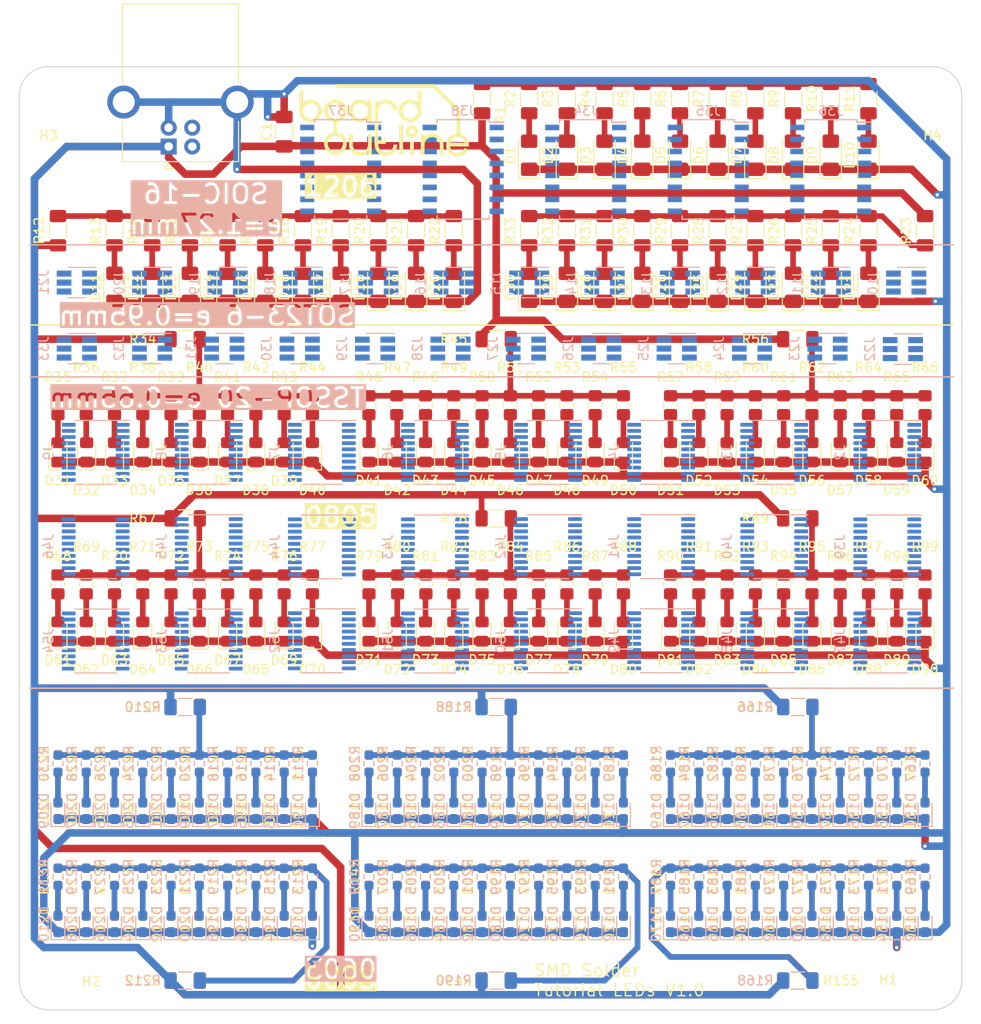
<source format=kicad_pcb>
(kicad_pcb (version 20221018) (generator pcbnew)
  (title_block (title "SMD Solder Tutorial LEDs") (date "2024-05-13") (rev "V1.0") (company "Board Outline"))
  (layers (0 "F.Cu" signal) (31 "B.Cu" signal) (34 "B.Paste" user) (35 "F.Paste" user) (36 "B.SilkS" user "B.Silkscreen") (37 "F.SilkS" user "F.Silkscreen") (38 "B.Mask" user) (39 "F.Mask" user) (44 "Edge.Cuts" user))
  (net 0 "")
  (net 1 "Net-(D1-A)")
  (net 2 "Net-(D2-A)")
  (net 3 "Net-(D21-A)")
  (net 4 "Net-(D22-A)")
  (net 5 "Net-(D23-A)")
  (net 6 "Net-(D24-A)")
  (net 7 "Net-(D25-A)")
  (net 8 "Net-(D26-A)")
  (net 9 "Net-(D27-A)")
  (net 10 "Net-(D28-A)")
  (net 11 "Net-(D29-A)")
  (net 12 "Net-(D30-A)")
  (net 15 "Net-(R1-Pad2)")
  (net 16 "Net-(R12-Pad2)")
  (net 17 "Net-(R23-Pad2)")
  (net 18 "Net-(D31-A)")
  (net 19 "Net-(D32-A)")
  (net 20 "Net-(D33-A)")
  (net 21 "Net-(D34-A)")
  (net 22 "Net-(D35-A)")
  (net 23 "Net-(D36-A)")
  (net 24 "Net-(D37-A)")
  (net 25 "Net-(D38-A)")
  (net 26 "Net-(D39-A)")
  (net 27 "Net-(D40-A)")
  (net 28 "Net-(R34-Pad2)")
  (net 29 "Net-(D41-A)")
  (net 30 "Net-(D42-A)")
  (net 31 "Net-(D43-A)")
  (net 32 "Net-(D44-A)")
  (net 33 "Net-(D3-A)")
  (net 34 "Net-(D4-A)")
  (net 35 "Net-(D5-A)")
  (net 36 "Net-(D6-A)")
  (net 37 "Net-(D7-A)")
  (net 38 "Net-(D8-A)")
  (net 39 "Net-(D9-A)")
  (net 40 "Net-(D10-A)")
  (net 41 "Net-(D11-A)")
  (net 42 "Net-(D45-A)")
  (net 43 "Net-(D12-A)")
  (net 44 "Net-(D13-A)")
  (net 45 "Net-(D14-A)")
  (net 46 "Net-(D15-A)")
  (net 47 "Net-(D16-A)")
  (net 48 "Net-(D17-A)")
  (net 49 "Net-(D18-A)")
  (net 50 "Net-(D19-A)")
  (net 51 "Net-(D20-A)")
  (net 52 "Net-(D46-A)")
  (net 53 "Net-(D47-A)")
  (net 54 "Net-(D48-A)")
  (net 55 "Net-(D49-A)")
  (net 56 "Net-(D50-A)")
  (net 57 "Net-(D51-A)")
  (net 58 "Net-(D52-A)")
  (net 59 "Net-(D53-A)")
  (net 60 "Net-(D54-A)")
  (net 61 "Net-(D55-A)")
  (net 62 "Net-(D56-A)")
  (net 63 "Net-(D57-A)")
  (net 64 "Net-(D58-A)")
  (net 65 "Net-(D59-A)")
  (net 66 "Net-(D60-A)")
  (net 67 "Net-(R45-Pad2)")
  (net 68 "Net-(R56-Pad2)")
  (net 69 "Net-(D61-A)")
  (net 70 "Net-(D62-A)")
  (net 71 "Net-(D63-A)")
  (net 72 "Net-(D64-A)")
  (net 73 "Net-(D65-A)")
  (net 74 "Net-(D66-A)")
  (net 75 "Net-(D67-A)")
  (net 76 "Net-(D68-A)")
  (net 77 "Net-(D69-A)")
  (net 78 "Net-(D70-A)")
  (net 79 "Net-(D71-A)")
  (net 80 "Net-(D72-A)")
  (net 81 "Net-(D73-A)")
  (net 82 "Net-(D74-A)")
  (net 83 "Net-(D75-A)")
  (net 84 "Net-(D76-A)")
  (net 85 "Net-(D77-A)")
  (net 86 "Net-(D78-A)")
  (net 87 "Net-(D79-A)")
  (net 88 "Net-(D80-A)")
  (net 89 "Net-(D81-A)")
  (net 90 "Net-(D82-A)")
  (net 91 "Net-(D83-A)")
  (net 92 "Net-(D84-A)")
  (net 93 "Net-(D85-A)")
  (net 94 "Net-(D86-A)")
  (net 95 "Net-(D87-A)")
  (net 96 "Net-(D88-A)")
  (net 97 "Net-(D89-A)")
  (net 98 "Net-(D90-A)")
  (net 99 "Net-(R67-Pad2)")
  (net 100 "Net-(R78-Pad2)")
  (net 101 "Net-(R89-Pad2)")
  (net 102 "Net-(D91-A)")
  (net 103 "Net-(D92-A)")
  (net 104 "Net-(D93-A)")
  (net 105 "Net-(D94-A)")
  (net 106 "Net-(D95-A)")
  (net 107 "Net-(D96-A)")
  (net 108 "Net-(D97-A)")
  (net 109 "Net-(D98-A)")
  (net 110 "Net-(D99-A)")
  (net 111 "Net-(D100-A)")
  (net 112 "Net-(R100-Pad2)")
  (net 113 "Net-(D101-A)")
  (net 114 "Net-(D102-A)")
  (net 115 "Net-(D103-A)")
  (net 116 "Net-(D104-A)")
  (net 117 "Net-(D105-A)")
  (net 118 "Net-(D106-A)")
  (net 119 "Net-(D107-A)")
  (net 120 "Net-(D108-A)")
  (net 121 "Net-(D109-A)")
  (net 122 "Net-(D110-A)")
  (net 123 "Net-(R111-Pad2)")
  (net 124 "Net-(D111-A)")
  (net 125 "Net-(D112-A)")
  (net 126 "Net-(D113-A)")
  (net 127 "Net-(D114-A)")
  (net 128 "Net-(D115-A)")
  (net 129 "Net-(D116-A)")
  (net 130 "Net-(D117-A)")
  (net 131 "Net-(D118-A)")
  (net 132 "Net-(D119-A)")
  (net 133 "Net-(D120-A)")
  (net 134 "Net-(R122-Pad2)")
  (net 135 "Net-(D121-A)")
  (net 136 "Net-(D122-A)")
  (net 137 "Net-(D123-A)")
  (net 138 "Net-(D124-A)")
  (net 139 "Net-(D125-A)")
  (net 140 "Net-(D126-A)")
  (net 141 "Net-(D127-A)")
  (net 142 "Net-(D128-A)")
  (net 143 "Net-(D129-A)")
  (net 144 "Net-(D130-A)")
  (net 145 "Net-(D131-A)")
  (net 146 "Net-(D132-A)")
  (net 147 "Net-(D133-A)")
  (net 148 "Net-(D134-A)")
  (net 149 "Net-(D135-A)")
  (net 150 "Net-(D136-A)")
  (net 151 "Net-(D137-A)")
  (net 152 "Net-(D138-A)")
  (net 153 "Net-(D139-A)")
  (net 154 "Net-(D140-A)")
  (net 155 "Net-(D141-A)")
  (net 156 "Net-(D142-A)")
  (net 157 "Net-(D143-A)")
  (net 158 "Net-(D144-A)")
  (net 159 "Net-(D145-A)")
  (net 160 "Net-(D146-A)")
  (net 161 "Net-(D147-A)")
  (net 162 "Net-(D148-A)")
  (net 163 "Net-(D149-A)")
  (net 164 "Net-(D150-A)")
  (net 165 "Net-(R133-Pad2)")
  (net 166 "Net-(R144-Pad2)")
  (net 167 "Net-(R155-Pad2)")
  (net 168 "+5V")
  (net 169 "GND")
  (net 170 "Net-(D151-A)")
  (net 171 "Net-(D152-A)")
  (net 172 "Net-(D153-A)")
  (net 173 "Net-(D154-A)")
  (net 174 "Net-(D155-A)")
  (net 175 "Net-(D156-A)")
  (net 176 "Net-(D157-A)")
  (net 177 "Net-(D158-A)")
  (net 178 "Net-(D159-A)")
  (net 179 "Net-(D160-A)")
  (net 180 "Net-(D161-A)")
  (net 181 "Net-(D162-A)")
  (net 182 "Net-(D163-A)")
  (net 183 "Net-(D164-A)")
  (net 184 "Net-(D165-A)")
  (net 185 "Net-(D166-A)")
  (net 186 "Net-(D167-A)")
  (net 187 "Net-(D168-A)")
  (net 188 "Net-(D169-A)")
  (net 189 "Net-(D170-A)")
  (net 190 "Net-(D171-A)")
  (net 191 "Net-(D172-A)")
  (net 192 "Net-(D173-A)")
  (net 193 "Net-(D174-A)")
  (net 194 "Net-(D175-A)")
  (net 195 "Net-(D176-A)")
  (net 196 "Net-(D177-A)")
  (net 197 "Net-(D178-A)")
  (net 198 "Net-(D179-A)")
  (net 199 "Net-(D180-A)")
  (net 200 "Net-(D181-A)")
  (net 201 "Net-(D182-A)")
  (net 202 "Net-(D183-A)")
  (net 203 "Net-(D184-A)")
  (net 204 "Net-(D185-A)")
  (net 205 "Net-(D186-A)")
  (net 206 "Net-(D187-A)")
  (net 207 "Net-(D188-A)")
  (net 208 "Net-(D189-A)")
  (net 209 "Net-(D190-A)")
  (net 210 "Net-(D191-A)")
  (net 211 "Net-(D192-A)")
  (net 212 "Net-(D193-A)")
  (net 213 "Net-(D194-A)")
  (net 214 "Net-(D195-A)")
  (net 215 "Net-(D196-A)")
  (net 216 "Net-(D197-A)")
  (net 217 "Net-(D198-A)")
  (net 218 "Net-(D199-A)")
  (net 219 "Net-(D200-A)")
  (net 220 "Net-(D201-A)")
  (net 221 "Net-(D202-A)")
  (net 222 "Net-(D203-A)")
  (net 223 "Net-(D204-A)")
  (net 224 "Net-(D205-A)")
  (net 225 "Net-(D206-A)")
  (net 226 "Net-(D207-A)")
  (net 227 "Net-(D208-A)")
  (net 228 "Net-(D209-A)")
  (net 229 "Net-(D210-A)")
  (net 230 "Net-(R166-Pad2)")
  (net 231 "Net-(R168-Pad2)")
  (net 232 "Net-(R188-Pad2)")
  (net 233 "Net-(R190-Pad2)")
  (net 234 "Net-(R210-Pad2)")
  (net 235 "Net-(R212-Pad2)")
  (footprint "Resistor_SMD:R_0603_1608Metric_Pad0.98x0.95mm_HandSolder" (layer "F.Cu") (at 100.98 139.09 -90)
    (fp_text reference "R134")
    (fp_text value "220R")
  )
  (footprint "LED_SMD:LED_1206_3216Metric_Pad1.42x1.75mm_HandSolder" (layer "F.Cu") (at 174.98 76.59 90)
    (fp_text reference "D24")
    (fp_text value "LED")
  )
  (footprint "Resistor_SMD:R_0805_2012Metric_Pad1.20x1.40mm_HandSolder" (layer "F.Cu") (at 137.02 108.09 -90)
    (fp_text reference "R80")
    (fp_text value "220R")
  )
  (footprint "LED_SMD:LED_0805_2012Metric_Pad1.15x1.40mm_HandSolder" (layer "F.Cu") (at 151.98 113.09 90)
    (fp_text reference "D77")
    (fp_text value "LED")
  )
  (footprint "LED_SMD:LED_0805_2012Metric_Pad1.15x1.40mm_HandSolder" (layer "F.Cu") (at 180.98 94.09 90)
    (fp_text reference "D56")
    (fp_text value "LED")
  )
  (footprint "Resistor_SMD:R_0805_2012Metric_Pad1.20x1.40mm_HandSolder" (layer "F.Cu") (at 112.98 89.09 -90)
    (fp_text reference "R39")
    (fp_text value "220R")
  )
  (footprint "Resistor_SMD:R_0603_1608Metric_Pad0.98x0.95mm_HandSolder" (layer "F.Cu") (at 180.98 139.09 -90)
    (fp_text reference "R165")
    (fp_text value "220R")
  )
  (footprint "Resistor_SMD:R_0603_1608Metric_Pad0.98x0.95mm_HandSolder" (layer "F.Cu") (at 133.98 127.09 -90)
    (fp_text reference "R112")
    (fp_text value "220R")
  )
  (footprint "LED_SMD:LED_0603_1608Metric_Pad1.05x0.95mm_HandSolder" (layer "F.Cu") (at 103.98 132.09 90)
    (fp_text reference "D92")
    (fp_text value "LED")
  )
  (footprint "LED_SMD:LED_0603_1608Metric_Pad1.05x0.95mm_HandSolder" (layer "F.Cu") (at 186.98 144.09 90)
    (fp_text reference "D142")
    (fp_text value "LED")
  )
  (footprint "LED_SMD:LED_0805_2012Metric_Pad1.15x1.40mm_HandSolder" (layer "F.Cu") (at 168.98 113.09 90)
    (fp_text reference "D82")
    (fp_text value "LED")
  )
  (footprint "Resistor_SMD:R_0805_2012Metric_Pad1.20x1.40mm_HandSolder" (layer "F.Cu") (at 160.98 108.09 -90)
    (fp_text reference "R88")
    (fp_text value "220R")
  )
  (footprint "Resistor_SMD:R_0603_1608Metric_Pad0.98x0.95mm_HandSolder" (layer "F.Cu") (at 103.98 127.09 -90)
    (fp_text reference "R102")
    (fp_text value "220R")
  )
  (footprint "Resistor_SMD:R_1206_3216Metric_Pad1.30x1.75mm_HandSolder" (layer "F.Cu") (at 174.98 70.59 -90)
    (fp_text reference "R27")
    (fp_text value "220R")
  )
  (footprint "Resistor_SMD:R_0603_1608Metric_Pad0.98x0.95mm_HandSolder" (layer "F.Cu") (at 157.98 127.09 -90)
    (fp_text reference "R120")
    (fp_text value "220R")
  )
  (footprint "LED_SMD:LED_1206_3216Metric_Pad1.42x1.75mm_HandSolder" (layer "F.Cu") (at 178.98 76.59 90)
    (fp_text reference "D23")
    (fp_text value "LED")
  )
  (footprint "Resistor_SMD:R_0805_2012Metric_Pad1.20x1.40mm_HandSolder" (layer "F.Cu") (at 177.98 108.09 -90)
    (fp_text reference "R94")
    (fp_text value "220R")
  )
  (footprint "LED_SMD:LED_0603_1608Metric_Pad1.05x0.95mm_HandSolder" (layer "F.Cu") (at 183.98 144.09 90)
    (fp_text reference "D141")
    (fp_text value "LED")
  )
  (footprint "LED_SMD:LED_0805_2012Metric_Pad1.15x1.40mm_HandSolder" (layer "F.Cu") (at 183.98 113.09 90)
    (fp_text reference "D87")
    (fp_text value "LED")
  )
  (footprint "LED_SMD:LED_0805_2012Metric_Pad1.15x1.40mm_HandSolder" (layer "F.Cu") (at 168.98 94.09 90)
    (fp_text reference "D52")
    (fp_text value "LED")
  )
  (footprint "Resistor_SMD:R_0603_1608Metric_Pad0.98x0.95mm_HandSolder" (layer "F.Cu") (at 109.98 127.09 -90)
    (fp_text reference "R104")
    (fp_text value "220R")
  )
  (footprint "LED_SMD:LED_0805_2012Metric_Pad1.15x1.40mm_HandSolder" (layer "F.Cu") (at 160.98 94.09 90)
    (fp_text reference "D50")
    (fp_text value "LED")
  )
  (footprint "LED_SMD:LED_0805_2012Metric_Pad1.15x1.40mm_HandSolder" (layer "F.Cu") (at 115.98 94.09 90)
    (fp_text reference "D36")
    (fp_text value "LED")
  )
  (footprint "Resistor_SMD:R_0603_1608Metric_Pad0.98x0.95mm_HandSolder" (layer "F.Cu") (at 136.98 139.09 -90)
    (fp_text reference "R146")
    (fp_text value "220R")
  )
  (footprint "LED_SMD:LED_0805_2012Metric_Pad1.15x1.40mm_HandSolder" (layer "F.Cu") (at 148.98 113.09 90)
    (fp_text reference "D76")
    (fp_text value "LED")
  )
  (footprint "LED_SMD:LED_0805_2012Metric_Pad1.15x1.40mm_HandSolder" (layer "F.Cu") (at 148.98 94.09 90)
    (fp_text reference "D46")
    (fp_text value "LED")
  )
  (footprint "Resistor_SMD:R_0805_2012Metric_Pad1.20x1.40mm_HandSolder" (layer "F.Cu") (at 133.98 108.09 -90)
    (fp_text reference "R79")
    (fp_text value "220R")
  )
  (footprint "Resistor_SMD:R_0603_1608Metric_Pad0.98x0.95mm_HandSolder" (layer "F.Cu") (at 145.98 127.09 -90)
    (fp_text reference "R116")
    (fp_text value "220R")
  )
  (footprint "Resistor_SMD:R_0805_2012Metric_Pad1.20x1.40mm_HandSolder" (layer "F.Cu") (at 189.98 89.09 -90)
    (fp_text reference "R65")
    (fp_text value "220R")
  )
  (footprint "Resistor_SMD:R_0805_2012Metric_Pad1.20x1.40mm_HandSolder" (layer "F.Cu") (at 124.98 89.09 -90)
    (fp_text reference "R43")
    (fp_text value "220R")
  )
  (footprint "LED_SMD:LED_0805_2012Metric_Pad1.15x1.40mm_HandSolder" (layer "F.Cu") (at 171.98 94.09 90)
    (fp_text reference "D53")
    (fp_text value "LED")
  )
  (footprint "LED_SMD:LED_0603_1608Metric_Pad1.05x0.95mm_HandSolder" (layer "F.Cu") (at 106.98 132.09 90)
    (fp_text reference "D93")
    (fp_text value "LED")
  )
  (footprint "LED_SMD:LED_0603_1608Metric_Pad1.05x0.95mm_HandSolder" (layer "F.Cu") (at 180.98 132.09 90)
    (fp_text reference "D116")
    (fp_text value "LED")
  )
  (footprint "Resistor_SMD:R_1206_3216Metric_Pad1.30x1.75mm_HandSolder" (layer "F.Cu") (at 110.98 70.59 -90)
    (fp_text reference "R14")
    (fp_text value "220R")
  )
  (footprint "LED_SMD:LED_0805_2012Metric_Pad1.15x1.40mm_HandSolder" (layer "F.Cu") (at 106.98 94.09 90)
    (fp_text reference "D33")
    (fp_text value "LED")
  )
  (footprint "Resistor_SMD:R_1206_3216Metric_Pad1.30x1.75mm_HandSolder" (layer "F.Cu") (at 150.98 70.59 -90)
    (fp_text reference "R33")
    (fp_text value "220R")
  )
  (footprint "LED_SMD:LED_0805_2012Metric_Pad1.15x1.40mm_HandSolder" (layer "F.Cu") (at 192.98 113.09 90)
    (fp_text reference "D90")
    (fp_text value "LED")
  )
  (footprint "LED_SMD:LED_0805_2012Metric_Pad1.15x1.40mm_HandSolder" (layer "F.Cu") (at 157.98 113.09 90)
    (fp_text reference "D79")
    (fp_text value "LED")
  )
  (footprint "Resistor_SMD:R_1206_3216Metric_Pad1.30x1.75mm_HandSolder" (layer "F.Cu") (at 118.98 70.59 -90)
    (fp_text reference "R16")
    (fp_text value "220R")
  )
  (footprint "LED_SMD:LED_0603_1608Metric_Pad1.05x0.95mm_HandSolder" (layer "F.Cu") (at 100.98 132.09 90)
    (fp_text reference "D91")
    (fp_text value "LED")
  )
  (footprint "LED_SMD:LED_0603_1608Metric_Pad1.05x0.95mm_HandSolder" (layer "F.Cu") (at 192.98 144.09 90)
    (fp_text reference "D144")
    (fp_text value "LED")
  )
  (footprint "Resistor_SMD:R_1206_3216Metric_Pad1.30x1.75mm_HandSolder" (layer "F.Cu") (at 150.98 56.59 -90)
    (fp_text reference "R2")
    (fp_text value "220R")
  )
  (footprint "LED_SMD:LED_0603_1608Metric_Pad1.05x0.95mm_HandSolder" (layer "F.Cu") (at 180.98 144.09 90)
    (fp_text reference "D150")
    (fp_text value "LED")
  )
  (footprint "Resistor_SMD:R_0805_2012Metric_Pad1.20x1.40mm_HandSolder" (layer "F.Cu") (at 165.98 108.09 -90)
    (fp_text reference "R90")
    (fp_text value "220R")
  )
  (footprint "Resistor_SMD:R_0603_1608Metric_Pad0.98x0.95mm_HandSolder" (layer "F.Cu") (at 100.98 127.09 -90)
    (fp_text reference "R101")
    (fp_text value "220R")
  )
  (footprint "LED_SMD:LED_0805_2012Metric_Pad1.15x1.40mm_HandSolder" (layer "F.Cu") (at 103.98 113.09 90)
    (fp_text reference "D62")
    (fp_text value "LED")
  )
  (footprint "Resistor_SMD:R_0603_1608Metric_Pad0.98x0.95mm_HandSolder" (layer "F.Cu") (at 174.98 139.09 -90)
    (fp_text reference "R163")
    (fp_text value "220R")
  )
  (footprint "Resistor_SMD:R_0805_2012Metric_Pad1.20x1.40mm_HandSolder" (layer "F.Cu") (at 189.98 108.09 -90)
    (fp_text reference "R98")
    (fp_text value "220R")
  )
  (footprint "LED_SMD:LED_0805_2012Metric_Pad1.15x1.40mm_HandSolder" (layer "F.Cu") (at 124.98 94.09 90)
    (fp_text reference "D39")
    (fp_text value "LED")
  )
  (footprint "LED_SMD:LED_0603_1608Metric_Pad1.05x0.95mm_HandSolder" (layer "F.Cu") (at 133.98 132.09 90)
    (fp_text reference "D101")
    (fp_text value "LED")
  )
  (footprint "Resistor_SMD:R_1206_3216Metric_Pad1.30x1.75mm_HandSolder" (layer "F.Cu") (at 186.98 70.59 -90)
    (fp_text reference "R24")
    (fp_text value "220R")
  )
  (footprint "LED_SMD:LED_0603_1608Metric_Pad1.05x0.95mm_HandSolder" (layer "F.Cu") (at 157.98 132.09 90)
    (fp_text reference "D109")
    (fp_text value "LED")
  )
  (footprint "Resistor_SMD:R_0805_2012Metric_Pad1.20x1.40mm_HandSolder" (layer "F.Cu") (at 160.98 89.09 -90)
    (fp_text reference "R55")
    (fp_text value "220R")
  )
  (footprint "LED_SMD:LED_0603_1608Metric_Pad1.05x0.95mm_HandSolder" (layer "F.Cu") (at 151.98 132.09 90)
    (fp_text reference "D107")
    (fp_text value "LED")
  )
  (footprint "LED_SMD:LED_0805_2012Metric_Pad1.15x1.40mm_HandSolder" (layer "F.Cu") (at 171.98 113.09 90)
    (fp_text reference "D83")
    (fp_text value "LED")
  )
  (footprint "Resistor_SMD:R_0805_2012Metric_Pad1.20x1.40mm_HandSolder" (layer "F.Cu") (at 174.98 108.09 -90)
    (fp_text reference "R93")
    (fp_text value "220R")
  )
  (footprint "Resistor_SMD:R_1206_3216Metric_Pad1.30x1.75mm_HandSolder" (layer "F.Cu") (at 114.98 70.59 -90)
    (fp_text reference "R15")
    (fp_text value "220R")
  )
  (footprint "Resistor_SMD:R_0805_2012Metric_Pad1.20x1.40mm_HandSolder" (layer "F.Cu") (at 100.98 89.09 -90)
    (fp_text reference "R35")
    (fp_text value "220R")
  )
  (footprint "Resistor_SMD:R_0805_2012Metric_Pad1.20x1.40mm_HandSolder" (layer "F.Cu") (at 157.98 89.09 -90)
    (fp_text reference "R54")
    (fp_text value "220R")
  )
  (footprint "Resistor_SMD:R_0805_2012Metric_Pad1.20x1.40mm_HandSolder" (layer "F.Cu") (at 171.98 108.09 -90)
    (fp_text reference "R92")
    (fp_text value "220R")
  )
  (footprint "LED_SMD:LED_0603_1608Metric_Pad1.05x0.95mm_HandSolder" (layer "F.Cu") (at 127.98 144.09 90)
    (fp_text reference "D130")
    (fp_text value "LED")
  )
  (footprint "Resistor_SMD:R_0805_2012Metric_Pad1.20x1.40mm_HandSolder" (layer "F.Cu") (at 106.98 108.09 -90)
    (fp_text reference "R70")
    (fp_text value "220R")
  )
  (footprint "LED_SMD:LED_0805_2012Metric_Pad1.15x1.40mm_HandSolder" (layer "F.Cu") (at 145.98 113.09 90)
    (fp_text reference "D75")
    (fp_text value "LED")
  )
  (footprint "LED_SMD:LED_0805_2012Metric_Pad1.15x1.40mm_HandSolder" (layer "F.Cu") (at 121.98 113.09 90)
    (fp_text reference "D68")
    (fp_text value "LED")
  )
  (footprint "LED_SMD:LED_1206_3216Metric_Pad1.42x1.75mm_HandSolder" (layer "F.Cu") (at 166.98 62.59 90)
    (fp_text reference "D5")
    (fp_text value "LED")
  )
  (footprint "Resistor_SMD:R_0805_2012Metric_Pad1.20x1.40mm_HandSolder" (layer "F.Cu") (at 127.98 89.09 -90)
    (fp_text reference "R44")
    (fp_text value "220R")
  )
  (footprint "Resistor_SMD:R_0603_1608Metric_Pad0.98x0.95mm_HandSolder" (layer "F.Cu") (at 127.98 127.09 -90)
    (fp_text reference "R110")
    (fp_text value "220R")
  )
  (footprint "Resistor_SMD:R_0603_1608Metric_Pad0.98x0.95mm_HandSolder" (layer "F.Cu") (at 165.98 139.09 -90)
    (fp_text reference "R160")
    (fp_text value "220R")
  )
  (footprint "LED_SMD:LED_0603_1608Metric_Pad1.05x0.95mm_HandSolder" (layer "F.Cu") (at 124.98 132.09 90)
    (fp_text reference "D99")
    (fp_text value "LED")
  )
  (footprint "LED_SMD:LED_0603_1608Metric_Pad1.05x0.95mm_HandSolder" (layer "F.Cu") (at 157.98 144.09 90)
    (fp_text reference "D139")
    (fp_text value "LED")
  )
  (footprint "LED_SMD:LED_0805_2012Metric_Pad1.15x1.40mm_HandSolder" (layer "F.Cu") (at 160.98 113.09 90)
    (fp_text reference "D80")
    (fp_text value "LED")
  )
  (footprint "LED_SMD:LED_0805_2012Metric_Pad1.15x1.40mm_HandSolder" (layer "F.Cu") (at 174.98 94.09 90)
    (fp_text reference "D54")
    (fp_text value "LED")
  )
  (footprint "Resistor_SMD:R_0805_2012Metric_Pad1.20x1.40mm_HandSolder" (layer "F.Cu") (at 154.98 89.09 -90)
    (fp_text reference "R53")
    (fp_text value "220R")
  )
  (footprint "LED_SMD:LED_0805_2012Metric_Pad1.15x1.40mm_HandSolder" (layer "F.Cu") (at 192.98 94.09 90)
    (fp_text reference "D60")
    (fp_text value "LED")
  )
  (footprint "Resistor_SMD:R_0805_2012Metric_Pad1.20x1.40mm_HandSolder" (layer "F.Cu") (at 142.98 108.09 -90)
    (fp_text reference "R82")
    (fp_text value "220R")
  )
  (footprint "Resistor_SMD:R_0603_1608Metric_Pad0.98x0.95mm_HandSolder" (layer "F.Cu") (at 168.98 127.09 -90)
    (fp_text reference "R124")
    (fp_text value "220R")
  )
  (footprint "Resistor_SMD:R_0603_1608Metric_Pad0.98x0.95mm_HandSolder" (layer "F.Cu") (at 183.98 127.09 -90)
    (fp_text reference "R129")
    (fp_text value "220R")
  )
  (footprint "LED_SMD:LED_0805_2012Metric_Pad1.15x1.40mm_HandSolder" (layer "F.Cu") (at 154.98 113.09 90)
    (fp_text reference "D78")
    (fp_text value "LED")
  )
  (footprint "LED_SMD:LED_0603_1608Metric_Pad1.05x0.95mm_HandSolder" (layer "F.Cu") (at 136.98 132.09 90)
    (fp_text reference "D102")
    (fp_text value "LED")
  )
  (footprint "Resistor_SMD:R_0805_2012Metric_Pad1.20x1.40mm_HandSolder" (layer "F.Cu") (at 140.02 108.09 -90)
    (fp_text reference "R81")
    (fp_text value "220R")
  )
  (footprint "LED_SMD:LED_0603_1608Metric_Pad1.05x0.95mm_HandSolder" (layer "F.Cu") (at 154.98 144.09 90)
    (fp_text reference "D138")
    (fp_text value "LED")
  )
  (footprint "LED_SMD:LED_0805_2012Metric_Pad1.15x1.40mm_HandSolder" (layer "F.Cu") (at 100.98 94.09 90)
    (fp_text reference "D31")
    (fp_text value "LED")
  )
  (footprint "Resistor_SMD:R_1206_3216Metric_Pad1.30x1.75mm_HandSolder" (layer "F.Cu") (at 179.48 101.09)
    (fp_text reference "R89")
    (fp_text value "0R")
  )
  (footprint "Resistor_SMD:R_0805_2012Metric_Pad1.20x1.40mm_HandSolder" (layer "F.Cu") (at 109.98 108.09 -90)
    (fp_text reference "R71")
    (fp_text value "220R")
  )
  (footprint "Resistor_SMD:R_1206_3216Metric_Pad1.30x1.75mm_HandSolder" (layer "F.Cu") (at 186.98 56.59 -90)
    (fp_text reference "R11")
    (fp_text value "220R")
  )
  (footprint "LED_SMD:LED_0603_1608Metric_Pad1.05x0.95mm_HandSolder" (layer "F.Cu") (at 165.98 144.09 90)
    (fp_text reference "D145")
    (fp_text value "LED")
  )
  (footprint "LED_SMD:LED_0805_2012Metric_Pad1.15x1.40mm_HandSolder" (layer "F.Cu") (at 127.98 113.09 90)
    (fp_text reference "D70")
    (fp_text value "LED")
  )
  (footprint "Resistor_SMD:R_1206_3216Metric_Pad1.30x1.75mm_HandSolder" (layer "F.Cu") (at 158.98 70.59 -90)
    (fp_text reference "R31")
    (fp_text value "220R")
  )
  (footprint "LED_SMD:LED_1206_3216Metric_Pad1.42x1.75mm_HandSolder" (layer "F.Cu") (at 126.98 76.59 90)
    (fp_text reference "D16")
    (fp_text value "LED")
  )
  (footprint "LED_SMD:LED_1206_3216Metric_Pad1.42x1.75mm_HandSolder" (layer "F.Cu") (at 186.98 76.59 90)
    (fp_text reference "D21")
    (fp_text value "LED")
  )
  (footprint "Resistor_SMD:R_0603_1608Metric_Pad0.98x0.95mm_HandSolder" (layer "F.Cu") (at 136.98 127.09 -90)
    (fp_text reference "R113")
    (fp_text value "220R")
  )
  (footprint "LED_SMD:LED_0805_2012Metric_Pad1.15x1.40mm_HandSolder" (layer "F.Cu") (at 139.98 94.09 90)
    (fp_text reference "D43")
    (fp_text value "LED")
  )
  (footprint "LED_SMD:LED_1206_3216Metric_Pad1.42x1.75mm_HandSolder" (layer "F.Cu") (at 134.98 76.59 90)
    (fp_text reference "D18")
    (fp_text value "LED")
  )
  (footprint "LED_SMD:LED_0603_1608Metric_Pad1.05x0.95mm_HandSolder" (layer "F.Cu") (at 148.98 132.09 90)
    (fp_text reference "D106")
    (fp_text value "LED")
  )
  (footprint "LED_SMD:LED_0805_2012Metric_Pad1.15x1.40mm_HandSolder" (layer "F.Cu") (at 189.98 94.09 90)
    (fp_text reference "D59")
    (fp_text value "LED")
  )
  (footprint "Resistor_SMD:R_0805_2012Metric_Pad1.20x1.40mm_HandSolder" (layer "F.Cu") (at 168.98 108.09 -90)
    (fp_text reference "R91")
    (fp_text value "220R")
  )
  (footprint "LED_SMD:LED_0805_2012Metric_Pad1.15x1.40mm_HandSolder" (layer "F.Cu") (at 154.98 94.09 90)
    (fp_text reference "D48")
    (fp_text value "LED")
  )
  (footprint "LED_SMD:LED_0805_2012Metric_Pad1.15x1.40mm_HandSolder" (layer "F.Cu") (at 177.98 113.09 90)
    (fp_text reference "D85")
    (fp_text value "LED")
  )
  (footprint "Resistor_SMD:R_0805_2012Metric_Pad1.20x1.40mm_HandSolder" (layer "F.Cu") (at 118.98 89.09 -90)
    (fp_text reference "R41")
    (fp_text value "220R")
  )
  (footprint "LED_SMD:LED_0805_2012Metric_Pad1.15x1.40mm_HandSolder" (layer "F.Cu") (at 189.98 113.09 90)
    (fp_text reference "D89")
    (fp_text value "LED")
  )
  (footprint "MountingHole:MountingHole_3.2mm_M3_DIN965" (layer "F.Cu") (at 193.78 150.09)
    (fp_text reference "H1")
    (fp_text value "MountingHole")
  )
  (footprint "Resistor_SMD:R_1206_3216Metric_Pad1.30x1.75mm_HandSolder" (layer "F.Cu") (at 162.98 56.59 -90)
    (fp_text reference "R5")
    (fp_text value "220R")
  )
  (footprint "LED_SMD:LED_0603_1608Metric_Pad1.05x0.95mm_HandSolder" (layer "F.Cu") (at 177.98 144.09 90)
    (fp_text reference "D149")
    (fp_text value "LED")
  )
  (footprint "LED_SMD:LED_0805_2012Metric_Pad1.15x1.40mm_HandSolder" (layer "F.Cu") (at 165.98 113.09 90)
    (fp_text reference "D81")
    (fp_text value "LED")
  )
  (footprint "LED_SMD:LED_0805_2012Metric_Pad1.15x1.40mm_HandSolder" (layer "F.Cu") (at 133.98 113.09 90)
    (fp_text reference "D71")
    (fp_text value "LED")
  )
  (footprint "Resistor_SMD:R_1206_3216Metric_Pad1.30x1.75mm_HandSolder" (layer "F.Cu") (at 114.48 150.09)
    (fp_text reference "R133")
    (fp_text value "0R")
  )
  (footprint "LED_SMD:LED_0603_1608Metric_Pad1.05x0.95mm_HandSolder" (layer "F.Cu") (at 127.98 132.09 90)
    (fp_text reference "D100")
    (fp_text value "LED")
  )
  (footprint "LED_SMD:LED_1206_3216Metric_Pad1.42x1.75mm_HandSolder" (layer "F.Cu") (at 166.98 76.59 90)
    (fp_text reference "D26")
    (fp_text value "LED")
  )
  (footprint "MountingHole:MountingHole_3.2mm_M3_DIN965" (layer "F.Cu") (at 99.98 150.09)
    (fp_text reference "H2")
    (fp_text value "MountingHole")
  )
  (footprint "LED_SMD:LED_1206_3216Metric_Pad1.42x1.75mm_HandSolder" (layer "F.Cu") (at 162.98 62.59 90)
    (fp_text reference "D4")
    (fp_text value "LED")
  )
  (footprint "LED_SMD:LED_0603_1608Metric_Pad1.05x0.95mm_HandSolder" (layer "F.Cu") (at 148.98 144.09 90)
    (fp_text reference "D136")
    (fp_text value "LED")
  )
  (footprint "MountingHole:MountingHole_3.2mm_M3_DIN965" (layer "F.Cu") (at 193.78 56.29)
    (fp_text reference "H4")
    (fp_text value "MountingHole")
  )
  (footprint "Resistor_SMD:R_0805_2012Metric_Pad1.20x1.40mm_HandSolder" (layer "F.Cu") (at 115.98 108.09 -90)
    (fp_text reference "R73")
    (fp_text value "220R")
  )
  (footprint "Resistor_SMD:R_0603_1608Metric_Pad0.98x0.95mm_HandSolder" (layer "F.Cu") (at 189.98 127.09 -90)
    (fp_text reference "R131")
    (fp_text value "220R")
  )
  (footprint "Resistor_SMD:R_1206_3216Metric_Pad1.30x1.75mm_HandSolder" (layer "F.Cu") (at 192.98 70.59 -90)
    (fp_text reference "R23")
    (fp_text value "0R")
  )
  (footprint "Resistor_SMD:R_0603_1608Metric_Pad0.98x0.95mm_HandSolder" (layer "F.Cu") (at 142.98 139.09 -90)
    (fp_text reference "R148")
    (fp_text value "220R")
  )
  (footprint "LED_SMD:LED_0805_2012Metric_Pad1.15x1.40mm_HandSolder" (layer "F.Cu") (at 118.98 113.09 90)
    (fp_text reference "D67")
    (fp_text value "LED")
  )
  (footprint "LED_SMD:LED_1206_3216Metric_Pad1.42x1.75mm_HandSolder" (layer "F.Cu") (at 110.98 76.59 90)
    (fp_text reference "D12")
    (fp_text value "LED")
  )
  (footprint "Resistor_SMD:R_0603_1608Metric_Pad0.98x0.95mm_HandSolder" (layer "F.Cu") (at 168.98 139.09 -90)
    (fp_text reference "R161")
    (fp_text value "220R")
  )
  (footprint "LED_SMD:LED_0603_1608Metric_Pad1.05x0.95mm_HandSolder" (layer "F.Cu") (at 189.98 144.09 90)
    (fp_text reference "D143")
    (fp_text value "LED")
  )
  (footprint "Resistor_SMD:R_0805_2012Metric_Pad1.20x1.40mm_HandSolder" (layer "F.Cu") (at 103.98 108.09 -90)
    (fp_text reference "R69")
    (fp_text value "220R")
  )
  (footprint "Resistor_SMD:R_0805_2012Metric_Pad1.20x1.40mm_HandSolder" (layer "F.Cu") (at 124.98 108.09 -90)
    (fp_text reference "R76")
    (fp_text value "220R")
  )
  (footprint "LED_SMD:LED_1206_3216Metric_Pad1.42x1.75mm_HandSolder" (layer "F.Cu") (at 186.98 62.59 90)
    (fp_text reference "D10")
    (fp_text value "LED")
  )
  (footprint "Resistor_SMD:R_1206_3216Metric_Pad1.30x1.75mm_HandSolder" (layer "F.Cu") (at 147.48 82.09)
    (fp_text reference "R45")
    (fp_text value "0R")
  )
  (footprint "LED_SMD:LED_1206_3216Metric_Pad1.42x1.75mm_HandSolder" (layer "F.Cu") (at 158.98 62.59 90)
    (fp_text reference "D3")
    (fp_text value "LED")
  )
  (footprint "Resistor_SMD:R_0603_1608Metric_Pad0.98x0.95mm_HandSolder" (layer "F.Cu") (at 165.98 127.09 -90)
    (fp_text reference "R123")
    (fp_text value "220R")
  )
  (footprint "Resistor_SMD:R_0805_2012Metric_Pad1.20x1.40mm_HandSolder" (layer "F.Cu") (at 100.98 108.09 -90)
    (fp_text reference "R68")
    (fp_text value "220R")
  )
  (footprint "LED_SMD:LED_1206_3216Metric_Pad1.42x1.75mm_HandSolder" (layer "F.Cu") (at 150.98 62.59 90)
    (fp_text reference "D1")
    (fp_text value "LED")
  )
  (footprint "Resistor_SMD:R_0603_1608Metric_Pad0.98x0.95mm_HandSolder" (layer "F.Cu") (at 177.98 127.09 -90)
    (fp_text reference "R127")
    (fp_text value "220R")
  )
  (footprint "LED_SMD:LED_0603_1608Metric_Pad1.05x0.95mm_HandSolder" (layer "F.Cu") (at 171.98 132.09 90)
    (fp_text reference "D113")
    (fp_text value "LED")
  )
  (footprint "LED_SMD:LED_0603_1608Metric_Pad1.05x0.95mm_HandSolder" (layer "F.Cu") (at 189.98 132.09 90)
    (fp_text reference "D119")
    (fp_text value "LED")
  )
  (footprint "LED_SMD:LED_0805_2012Metric_Pad1.15x1.40mm_HandSolder" (layer "F.Cu") (at 157.98 94.09 90)
    (fp_text reference "D49")
    (fp_text value "LED")
  )
  (footprint "Resistor_SMD:R_0603_1608Metric_Pad0.98x0.95mm_HandSolder" (layer "F.Cu") (at 124.98 139.09 -90)
    (fp_text reference "R142")
    (fp_text value "220R")
  )
  (footprint "Resistor_SMD:R_0805_2012Metric_Pad1.20x1.40mm_HandSolder" (layer "F.Cu") (at 192.98 89.09 -90)
    (fp_text reference "R66")
    (fp_text value "220R")
  )
  (footprint "LED_SMD:LED_0805_2012Metric_Pad1.15x1.40mm_HandSolder" (layer "F.Cu") (at 118.98 94.09 90)
    (fp_text reference "D37")
    (fp_text value "LED")
  )
  (footprint "Resistor_SMD:R_1206_3216Metric_Pad1.30x1.75mm_HandSolder" (layer "F.Cu") (at 179.48 82.09)
    (fp_text reference "R56")
    (fp_text value "0R")
  )
  (footprint "Resistor_SMD:R_0805_2012Metric_Pad1.20x1.40mm_HandSolder" (layer "F.Cu") (at 127.98 108.09 -90)
    (fp_text reference "R77")
    (fp_text value "220R")
  )
  (footprint "LED_SMD:LED_0603_1608Metric_Pad1.05x0.95mm_HandSolder" (layer "F.Cu") (at 142.98 132.09 90)
    (fp_text reference "D104")
    (fp_text value "LED")
  )
  (footprint "Resistor_SMD:R_0805_2012Metric_Pad1.20x1.40mm_HandSolder" (layer "F.Cu") (at 118.98 108.09 -90)
    (fp_text reference "R74")
    (fp_text value "220R")
  )
  (footprint "Resistor_SMD:R_1206_3216Metric_Pad1.30x1.75mm_HandSolder" (layer "F.Cu") (at 145.98 56.59 90)
    (fp_text reference "R1")
    (fp_text value "0R")
  )
  (footprint "LED_SMD:LED_0603_1608Metric_Pad1.05x0.95mm_HandSolder" (layer "F.Cu") (at 106.98 144.09 90)
    (fp_text reference "D123")
    (fp_text value "LED")
  )
  (footprint "Resistor_SMD:R_0805_2012Metric_Pad1.20x1.40mm_HandSolder" (layer "F.Cu") (at 145.98 89.09 -90)
    (fp_text reference "R50")
    (fp_text value "220R")
  )
  (footprint "Resistor_SMD:R_1206_3216Metric_Pad1.30x1.75mm_HandSolder" (layer "F.Cu") (at 114.48 121.09)
    (fp_text reference "R100")
    (fp_text value "0R")
  )
  (footprint "Resistor_SMD:R_0805_2012Metric_Pad1.20x1.40mm_HandSolder" (layer "F.Cu") (at 145.98 108.09 -90)
    (fp_text reference "R83")
    (fp_text value "220R")
  )
  (footprint "LED_SMD:LED_0603_1608Metric_Pad1.05x0.95mm_HandSolder" (layer "F.Cu") (at 160.98 132.09 90)
    (fp_text reference "D110")
    (fp_text value "LED")
  )
  (footprint "Resistor_SMD:R_0603_1608Metric_Pad0.98x0.95mm_HandSolder" (layer "F.Cu") (at 139.98 127.09 -90)
    (fp_text reference "R114")
    (fp_text value "220R")
  )
  (footprint "Resistor_SMD:R_1206_3216Metric_Pad1.30x1.75mm_HandSolder" (layer "F.Cu") (at 170.98 56.59 -90)
    (fp_text reference "R7")
    (fp_text value "220R")
  )
  (footprint "Resistor_SMD:R_0603_1608Metric_Pad0.98x0.95mm_HandSolder" (layer "F.Cu") (at 192.98 139.09 -90)
    (fp_text reference "R159")
    (fp_text value "220R")
  )
  (footprint "Resistor_SMD:R_0805_2012Metric_Pad1.20x1.40mm_HandSolder" (layer "F.Cu") (at 148.98 89.09 -90)
    (fp_text reference "R51")
    (fp_text value "220R")
  )
  (footprint "Resistor_SMD:R_0603_1608Metric_Pad0.98x0.95mm_HandSolder" (layer "F.Cu") (at 154.98 127.09 -90)
    (fp_text reference "R119")
    (fp_text value "220R")
  )
  (footprint "Resistor_SMD:R_0805_2012Metric_Pad1.20x1.40mm_HandSolder" (layer "F.Cu") (at 151.98 89.09 -90)
    (fp_text reference "R52")
    (fp_text value "220R")
  )
  (footprint "LED_SMD:LED_0805_2012Metric_Pad1.15x1.40mm_HandSolder" (layer "F.Cu") (at 186.98 113.09 90)
    (fp_text reference "D88")
    (fp_text value "LED")
  )
  (footprint "LED_SMD:LED_0805_2012Metric_Pad1.15x1.40mm_HandSolder" (layer "F.Cu") (at 136.98 113.09 90)
    (fp_text reference "D72")
    (fp_text value "LED")
  )
  (footprint "LED_SMD:LED_1206_3216Metric_Pad1.42x1.75mm_HandSolder" (layer "F.Cu") (at 118.98 76.59 90)
    (fp_text reference "D14")
    (fp_text value "LED")
  )
  (footprint "Resistor_SMD:R_0805_2012Metric_Pad1.20x1.40mm_HandSolder" (layer "F.Cu") (at 136.93 89.09 -90)
    (fp_text reference "R47")
    (fp_text value "220R")
  )
  (footprint "LED_SMD:LED_1206_3216Metric_Pad1.42x1.75mm_HandSolder" (layer "F.Cu") (at 138.98 76.59 90)
    (fp_text reference "D19")
    (fp_text value "LED")
  )
  (footprint "Resistor_SMD:R_1206_3216Metric_Pad1.30x1.75mm_HandSolder" (layer "F.Cu") (at 147.48 121.09)
    (fp_text reference "R111")
    (fp_text value "0R")
  )
  (footprint "LED_SMD:LED_0805_2012Metric_Pad1.15x1.40mm_HandSolder" (layer "F.Cu") (at 151.98 94.09 90)
    (fp_text reference "D47")
    (fp_text value "LED")
  )
  (footprint "Resistor_SMD:R_0805_2012Metric_Pad1.20x1.40mm_HandSolder" (layer "F.Cu") (at 151.98 108.09 -90)
    (fp_text reference "R85")
    (fp_text value "220R")
  )
  (footprint "Resistor_SMD:R_1206_3216Metric_Pad1.30x1.75mm_HandSolder" (layer "F.Cu") (at 170.98 70.59 -90)
    (fp_text reference "R28")
    (fp_text value "220R")
  )
  (footprint "LED_SMD:LED_0603_1608Metric_Pad1.05x0.95mm_HandSolder" (layer "F.Cu") (at 121.98 144.09 90)
    (fp_text reference "D128")
    (fp_text value "LED")
  )
  (footprint "Resistor_SMD:R_0805_2012Metric_Pad1.20x1.40mm_HandSolder" (layer "F.Cu") (at 133.98 89.09 -90)
    (fp_text reference "R46")
    (fp_text value "220R")
  )
  (footprint "LED_SMD:LED_0805_2012Metric_Pad1.15x1.40mm_HandSolder" (layer "F.Cu") (at 104.02 94.09 90)
    (fp_text reference "D32")
    (fp_text value "LED")
  )
  (footprint "LED_SMD:LED_0603_1608Metric_Pad1.05x0.95mm_HandSolder" (layer "F.Cu") (at 109.98 144.09 90)
    (fp_text reference "D124")
    (fp_text value "LED")
  )
  (footprint "Resistor_SMD:R_0603_1608Metric_Pad0.98x0.95mm_HandSolder" (layer "F.Cu") (at 177.98 139.09 -90)
    (fp_text reference "R164")
    (fp_text value "220R")
  )
  (footprint "LED_SMD:LED_1206_3216Metric_Pad1.42x1.75mm_HandSolder" (layer "F.Cu") (at 150.98 76.59 90)
    (fp_text reference "D30")
    (fp_text value "LED")
  )
  (footprint "Resistor_SMD:R_1206_3216Metric_Pad1.30x1.75mm_HandSolder" (layer "F.Cu") (at 166.98 70.59 -90)
    (fp_text reference "R29")
    (fp_text value "220R")
  )
  (footprint "Resistor_SMD:R_0805_2012Metric_Pad1.20x1.40mm_HandSolder" (layer "F.Cu") (at 186.98 108.09 -90)
    (fp_text reference "R97")
    (fp_text value "220R")
  )
  (footprint "Resistor_SMD:R_0603_1608Metric_Pad0.98x0.95mm_HandSolder" (layer "F.Cu") (at 180.98 127.09 -90)
    (fp_text reference "R128")
    (fp_text value "220R")
  )
  (footprint "Resistor_SMD:R_0805_2012Metric_Pad1.20x1.40mm_HandSolder" (layer "F.Cu") (at 109.98 89.09 -90)
    (fp_text reference "R38")
    (fp_text value "220R")
  )
  (footprint "Resistor_SMD:R_0805_2012Metric_Pad1.20x1.40mm_HandSolder" (layer "F.Cu") (at 157.98 108.09 -90)
    (fp_text reference "R87")
    (fp_text value "220R")
  )
  (footprint "LED_SMD:LED_0805_2012Metric_Pad1.15x1.40mm_HandSolder" (layer "F.Cu") (at 121.98 94.09 90)
    (fp_text reference "D38")
    (fp_text value "LED")
  )
  (footprint "Resistor_SMD:R_1206_3216Metric_Pad1.30x1.75mm_HandSolder" (layer "F.Cu") (at 182.98 70.59 -90)
    (fp_text reference "R25")
    (fp_text value "220R")
  )
  (footprint "LED_SMD:LED_0603_1608Metric_Pad1.05x0.95mm_HandSolder" (layer "F.Cu") (at 103.98 144.09 90)
    (fp_text reference "D122")
    (fp_text value "LED")
  )
  (footprint "LED_SMD:LED_0805_2012Metric_Pad1.15x1.40mm_HandSolder" (layer "F.Cu") (at 133.98 94.09 90)
    (fp_text reference "D41")
    (fp_text value "LED")
  )
  (footprint "Resistor_SMD:R_0805_2012Metric_Pad1.20x1.40mm_HandSolder" (layer "F.Cu") (at 183.98 89.09 -90)
    (fp_text reference "R63")
    (fp_text value "220R")
  )
  (footprint "Resistor_SMD:R_0603_1608Metric_Pad0.98x0.95mm_HandSolder" (layer "F.Cu") (at 103.98 139.09 -90)
    (fp_text reference "R135")
    (fp_text value "220R")
  )
  (footprint "Resistor_SMD:R_0805_2012Metric_Pad1.20x1.40mm_HandSolder" (layer "F.Cu") (at 112.98 108.09 -90)
    (fp_text reference "R72")
    (fp_text value "220R")
  )
  (footprint "Resistor_SMD:R_0603_1608Metric_Pad0.98x0.95mm_HandSolder" (layer "F.Cu") (at 118.98 127.09 -90)
    (fp_text reference "R107")
    (fp_text value "220R")
  )
  (footprint "Resistor_SMD:R_0603_1608Metric_Pad0.98x0.95mm_HandSolder" (layer "F.Cu") (at 174.98 127.09 -90)
    (fp_text reference "R126")
    (fp_text value "220R")
  )
  (footprint "LED_SMD:LED_0603_1608Metric_Pad1.05x0.95mm_HandSolder" (layer "F.Cu") (at 165.98 132.09 90)
    (fp_text reference "D111")
    (fp_text value "LED")
  )
  (footprint "LED_SMD:LED_0805_2012Metric_Pad1.15x1.40mm_HandSolder" (layer "F.Cu") (at 127.98 94.09 90)
    (fp_text reference "D40")
    (fp_text value "LED")
  )
  (footprint "Resistor_SMD:R_0805_2012Metric_Pad1.20x1.40mm_HandSolder" (layer "F.Cu") (at 180.98 89.09 -90)
    (fp_text reference "R62")
    (fp_text value "220R")
  )
  (footprint "MountingHole:MountingHole_3.2mm_M3_DIN965" (layer "F.Cu") (at 99.98 56.29)
    (fp_text reference "H3")
    (fp_text value "MountingHole")
  )
  (footprint "Resistor_SMD:R_1206_3216Metric_Pad1.30x1.75mm_HandSolder" (layer "F.Cu") (at 138.98 70.59 -90)
    (fp_text reference "R21")
    (fp_text value "220R")
  )
  (footprint "Resistor_SMD:R_1206_3216Metric_Pad1.30x1.75mm_HandSolder" (layer "F.Cu") (at 158.98 56.59 -90)
    (fp_text reference "R4")
    (fp_text value "220R")
  )
  (footprint "LED_SMD:LED_1206_3216Metric_Pad1.42x1.75mm_HandSolder" (layer "F.Cu") (at 154.98 76.59 90)
    (fp_text reference "D29")
    (fp_text value "LED")
  )
  (footprint "LED_SMD:LED_0603_1608Metric_Pad1.05x0.95mm_HandSolder" (layer "F.Cu") (at 145.98 132.09 90)
    (fp_text reference "D105")
    (fp_text value "LED")
  )
  (footprint "LED_SMD:LED_0603_1608Metric_Pad1.05x0.95mm_HandSolder" (layer "F.Cu") (at 145.98 144.09 90)
    (fp_text reference "D135")
    (fp_text value "LED")
  )
  (footprint "Resistor_SMD:R_0603_1608Metric_Pad0.98x0.95mm_HandSolder" (layer "F.Cu") (at 192.98 127.09 -90)
    (fp_text reference "R132")
    (fp_text value "220R")
  )
  (footprint "Resistor_SMD:R_1206_3216Metric_Pad1.30x1.75mm_HandSolder" (layer "F.Cu") (at 154.98 70.59 -90)
    (fp_text reference "R32")
    (fp_text value "220R")
  )
  (footprint "Resistor_SMD:R_0805_2012Metric_Pad1.20x1.40mm_HandSolder" (layer "F.Cu") (at 174.98 89.09 -90)
    (fp_text reference "R60")
    (fp_text value "220R")
  )
  (footprint "LED_SMD:LED_0805_2012Metric_Pad1.15x1.40mm_HandSolder" (layer "F.Cu") (at 139.98 113.09 90)
    (fp_text reference "D73")
    (fp_text value "LED")
  )
  (footprint "Resistor_SMD:R_0603_1608Metric_Pad0.98x0.95mm_HandSolder" (layer "F.Cu") (at 112.98 139.09 -90)
    (fp_text reference "R138")
    (fp_text value "220R")
  )
  (footprint "LED_SMD:LED_0805_2012Metric_Pad1.15x1.40mm_HandSolder" (layer "F.Cu") (at 106.98 113.09 90)
    (fp_text reference "D63")
    (fp_text value "LED")
  )
  (footprint "LED_SMD:LED_0805_2012Metric_Pad1.15x1.40mm_HandSolder" (layer "F.Cu") (at 183.98 94.09 90)
    (fp_text reference "D57")
    (fp_text value "LED")
  )
  (footprint "Resistor_SMD:R_1206_3216Metric_Pad1.30x1.75mm_HandSolder" (layer "F.Cu") (at 134.98 70.59 -90)
    (fp_text reference "R20")
    (fp_text value "220R")
  )
  (footprint "Resistor_SMD:R_1206_3216Metric_Pad1.30x1.75mm_HandSolder" (layer "F.Cu") (at 126.98 70.59 -90)
    (fp_text reference "R18")
    (fp_text value "220R")
  )
  (footprint "LED_SMD:LED_0805_2012Metric_Pad1.15x1.40mm_HandSolder" (layer "F.Cu") (at 112.98 94.09 90)
    (fp_text reference "D35")
    (fp_text value "LED")
  )
  (footprint "LED_SMD:LED_1206_3216Metric_Pad1.42x1.75mm_HandSolder" (layer "F.Cu") (at 170.98 62.59 90)
    (fp_text reference "D6")
    (fp_text value "LED")
  )
  (footprint "LED_SMD:LED_0603_1608Metric_Pad1.05x0.95mm_HandSolder" (layer "F.Cu") (at 118.98 132.09 90)
    (fp_text reference "D97")
    (fp_text value "LED")
  )
  (footprint "Resistor_SMD:R_0603_1608Metric_Pad0.98x0.95mm_HandSolder" (layer "F.Cu") (at 148.98 127.09 -90)
    (fp_text reference "R117")
    (fp_text value "220R")
  )
  (footprint "LED_SMD:LED_0603_1608Metric_Pad1.05x0.95mm_HandSolder" (layer "F.Cu") (at 139.98 144.09 90)
    (fp_text reference "D133")
    (fp_text value "LED")
  )
  (footprint "Resistor_SMD:R_0603_1608Metric_Pad0.98x0.95mm_HandSolder" (layer "F.Cu") (at 109.98 139.09 -90)
    (fp_text reference "R137")
    (fp_text value "220R")
  )
  (footprint "Resistor_SMD:R_0603_1608Metric_Pad0.98x0.95mm_HandSolder" (layer "F.Cu") (at 118.98 139.09 -90)
    (fp_text reference "R140")
    (fp_text value "220R")
  )
  (footprint "LED_SMD:LED_0805_2012Metric_Pad1.15x1.40mm_HandSolder" (layer "F.Cu") (at 142.98 94.09 90)
    (fp_text reference "D44")
    (fp_text value "LED")
  )
  (footprint "Resistor_SMD:R_0805_2012Metric_Pad1.20x1.40mm_HandSolder" (layer "F.Cu") (at 121.98 108.09 -90)
    (fp_text reference "R75")
    (fp_text value "220R")
  )
  (footprint "Resistor_SMD:R_1206_3216Metric_Pad1.30x1.75mm_HandSolder" (layer "F.Cu") (at 179.48 121.09)
    (fp_text reference "R122")
    (fp_text value "0R")
  )
  (footprint "Resistor_SMD:R_1206_3216Metric_Pad1.30x1.75mm_HandSolder" (layer "F.Cu") (at 100.98 70.59 90)
    (fp_text reference "R12")
    (fp_text value "0R")
  )
  (footprint "Resistor_SMD:R_1206_3216Metric_Pad1.30x1.75mm_HandSolder" (layer "F.Cu") (at 178.98 70.59 -90)
    (fp_text reference "R26")
    (fp_text value "220R")
  )
  (footprint "LED_SMD:LED_0603_1608Metric_Pad1.05x0.95mm_HandSolder" (layer "F.Cu") (at 112.98 144.09 90)
    (fp_text reference "D125")
    (fp_text value "LED")
  )
  (footprint "Resistor_SMD:R_0805_2012Metric_Pad1.20x1.40mm_HandSolder" (layer "F.Cu") (at 103.98 89.09 -90)
    (fp_text reference "R36")
    (fp_text value "220R")
  )
  (footprint "Connector_USB:USB_B_OST_USB-B1HSxx_Horizontal" (layer "F.Cu") (at 112.73 61.6675 90)
    (fp_text reference "J1" hide)
    (fp_text value "USB_B")
  )
  (footprint "Resistor_SMD:R_0603_1608Metric_Pad0.98x0.95mm_HandSolder" (layer "F.Cu") (at 142.98 127.09 -90)
    (fp_text reference "R115")
    (fp_text value "220R")
  )
  (footprint "Resistor_SMD:R_0805_2012Metric_Pad1.20x1.40mm_HandSolder" (layer "F.Cu") (at 154.98 108.09 -90)
    (fp_text reference "R86")
    (fp_text value "220R")
  )
  (footprint "LED_SMD:LED_0805_2012Metric_Pad1.15x1.40mm_HandSolder" (layer "F.Cu") (at 136.98 94.09 90)
    (fp_text reference "D42")
    (fp_text value "LED")
  )
  (footprint "Resistor_SMD:R_0603_1608Metric_Pad0.98x0.95mm_HandSolder" (layer "F.Cu") (at 124.98 127.09 -90)
    (fp_text reference "R109")
    (fp_text value "220R")
  )
  (footprint "LED_SMD:LED_0603_1608Metric_Pad1.05x0.95mm_HandSolder" (layer "F.Cu") (at 136.98 144.09 90)
    (fp_text reference "D132")
    (fp_text value "LED")
  )
  (footprint "Resistor_SMD:R_1206_3216Metric_Pad1.30x1.75mm_HandSolder" (layer "F.Cu") (at 114.48 82.09)
    (fp_text reference "R34")
    (fp_text value "0R")
  )
  (footprint "LED_SMD:LED_0805_2012Metric_Pad1.15x1.40mm_HandSolder" (layer "F.Cu") (at 177.98 94.09 90)
    (fp_text reference "D55")
    (fp_text value "LED")
  )
  (footprint "Resistor_SMD:R_1206_3216Metric_Pad1.30x1.75mm_HandSolder" (layer "F.Cu") (at 122.98 70.59 -90)
    (fp_text reference "R17")
    (fp_text value "220R")
  )
  (footprint "Resistor_SMD:R_0603_1608Metric_Pad0.98x0.95mm_HandSolder" (layer "F.Cu") (at 157.98 139.09 -90)
    (fp_text reference "R153")
    (fp_text value "220R")
  )
  (footprint "Resistor_SMD:R_1206_3216Metric_Pad1.30x1.75mm_HandSolder" (layer "F.Cu") (at 142.98 70.59 -90)
    (fp_text reference "R22")
    (fp_text value "220R")
  )
  (footprint "LED_SMD:LED_0603_1608Metric_Pad1.05x0.95mm_HandSolder" (layer "F.Cu") (at 192.98 132.09 90)
    (fp_text reference "D120")
    (fp_text value "LED")
  )
  (footprint "LED_SMD:LED_1206_3216Metric_Pad1.42x1.75mm_HandSolder" (layer "F.Cu") (at 154.98 62.59 90)
    (fp_text reference "D2")
    (fp_text value "LED")
  )
  (footprint "Resistor_SMD:R_0603_1608Metric_Pad0.98x0.95mm_HandSolder" (layer "F.Cu") (at 160.98 139.09 -90)
    (fp_text reference "R154")
    (fp_text value "220R")
  )
  (footprint "LED_SMD:LED_0603_1608Metric_Pad1.05x0.95mm_HandSolder" (layer "F.Cu") (at 109.98 132.09 90)
    (fp_text reference "D94")
    (fp_text value "LED")
  )
  (footprint "LED_SMD:LED_0603_1608Metric_Pad1.05x0.95mm_HandSolder" (layer "F.Cu") (at 100.98 144.09 90)
    (fp_text reference "D121")
    (fp_text value "LED")
  )
  (footprint "LED_SMD:LED_0603_1608Metric_Pad1.05x0.95mm_HandSolder" (layer "F.Cu") (at 174.98 132.09 90)
    (fp_text reference "D114")
    (fp_text value "LED")
  )
  (footprint "Resistor_SMD:R_0805_2012Metric_Pad1.20x1.40mm_HandSolder" (layer "F.Cu") (at 139.98 89.09 -90)
    (fp_text reference "R48")
    (fp_text value "220R")
  )
  (footprint "Resistor_SMD:R_0603_1608Metric_Pad0.98x0.95mm_HandSolder" (layer "F.Cu") (at 139.98 139.09 -90)
    (fp_text reference "R147")
    (fp_text value "220R")
  )
  (footprint "LED_SMD:LED_1206_3216Metric_Pad1.42x1.75mm_HandSolder" (layer "F.Cu") (at 162.98 76.59 90)
    (fp_text reference "D27")
    (fp_text value "LED")
  )
  (footprint "LED_SMD:LED_0603_1608Metric_Pad1.05x0.95mm_HandSolder" (layer "F.Cu") (at 121.98 132.09 90)
    (fp_text reference "D98")
    (fp_text value "LED")
  )
  (footprint "Resistor_SMD:R_1206_3216Metric_Pad1.30x1.75mm_HandSolder" (layer "F.Cu") (at 178.98 56.59 -90)
    (fp_text reference "R9")
    (fp_text value "220R")
  )
  (footprint "Resistor_SMD:R_1206_3216Metric_Pad1.30x1.75mm_HandSolder" (layer "F.Cu") (at 166.98 56.59 -90)
    (fp_text reference "R6")
    (fp_text value "220R")
  )
  (footprint "LED_SMD:LED_0805_2012Metric_Pad1.15x1.40mm_HandSolder" (layer "F.Cu") (at 115.98 113.09 90)
    (fp_text reference "D66")
    (fp_text value "LED")
  )
  (footprint "Resistor_SMD:R_0805_2012Metric_Pad1.20x1.40mm_HandSolder" (layer "F.Cu") (at 192.98 108.09 -90)
    (fp_text reference "R99")
    (fp_text value "220R")
  )
  (footprint "Resistor_SMD:R_0603_1608Metric_Pad0.98x0.95mm_HandSolder" (layer "F.Cu") (at 186.98 127.09 -90)
    (fp_text reference "R130")
    (fp_text value "220R")
  )
  (footprint "Resistor_SMD:R_1206_3216Metric_Pad1.30x1.75mm_HandSolder" (layer "F.Cu") (at 147.48 150.09)
    (fp_text reference "R144")
    (fp_text value "0R")
  )
  (footprint "Resistor_SMD:R_0603_1608Metric_Pad0.98x0.95mm_HandSolder" (layer "F.Cu") (at 115.98 127.09 -90)
    (fp_text reference "R106")
    (fp_text value "220R")
  )
  (footprint "LED_SMD:LED_0603_1608Metric_Pad1.05x0.95mm_HandSolder" (layer "F.Cu") (at 115.93 144.09 90)
    (fp_text reference "D126")
    (fp_text value "LED")
  )
  (footprint "Resistor_SMD:R_0603_1608Metric_Pad0.98x0.95mm_HandSolder" (layer "F.Cu") (at 151.98 139.09 -90)
    (fp_text reference "R151")
    (fp_text value "220R")
  )
  (footprint "LED_SMD:LED_0603_1608Metric_Pad1.05x0.95mm_HandSolder" (layer "F.Cu") (at 124.98 144.09 90)
    (fp_text reference "D129")
    (fp_text value "LED")
  )
  (footprint "LED_SMD:LED_0603_1608Metric_Pad1.05x0.95mm_HandSolder" (layer "F.Cu") (at 115.98 132.09 90)
    (fp_text reference "D96")
    (fp_text value "LED")
  )
  (footprint "LED_SMD:LED_1206_3216Metric_Pad1.42x1.75mm_HandSolder" (layer "F.Cu") (at 182.98 76.59 90)
    (fp_text reference "D22")
    (fp_text value "LED")
  )
  (footprint "LED_SMD:LED_0805_2012Metric_Pad1.15x1.40mm_HandSolder" (layer "F.Cu") (at 124.98 113.09 90)
    (fp_text reference "D69")
    (fp_text value "LED")
  )
  (footprint "LED_SMD:LED_0603_1608Metric_Pad1.05x0.95mm_HandSolder" (layer "F.Cu") (at 171.98 144.09 90)
    (fp_text reference "D147")
    (fp_text value "LED")
  )
  (footprint "Resistor_SMD:R_0603_1608Metric_Pad0.98x0.95mm_HandSolder" (layer "F.Cu") (at 115.98 139.09 -90)
    (fp_text reference "R139")
    (fp_text value "220R")
  )
  (footprint "LED_SMD:LED_0805_2012Metric_Pad1.15x1.40mm_HandSolder" (layer "F.Cu") (at 142.98 113.09 90)
    (fp_text reference "D74")
    (fp_text value "LED")
  )
  (footprint "LED_SMD:LED_0603_1608Metric_Pad1.05x0.95mm_HandSolder" (layer "F.Cu") (at 154.98 132.09 90)
    (fp_text reference "D108")
    (fp_text value "LED")
  )
  (footprint "Resistor_SMD:R_0805_2012Metric_Pad1.20x1.40mm_HandSolder" (layer "F.Cu") (at 115.98 89.09 -90)
    (fp_text reference "R40")
    (fp_text value "220R")
  )
  (footprint "Resistor_SMD:R_0805_2012Metric_Pad1.20x1.40mm_HandSolder" (layer "F.Cu") (at 121.98 89.09 -90)
    (fp_text reference "R42")
    (fp_text value "220R")
  )
  (footprint "LED_SMD:LED_1206_3216Metric_Pad1.42x1.75mm_HandSolder" (layer "F.Cu") (at 130.98 76.59 90)
    (fp_text reference "D17")
    (fp_text value "LED")
  )
  (footprint "Resistor_SMD:R_1206_3216Metric_Pad1.30x1.75mm_HandSolder" (layer "F.Cu") (at 179.48 150.09)
    (fp_text reference "R155")
    (fp_text value "0R")
  )
  (footprint "Resistor_SMD:R_0805_2012Metric_Pad1.20x1.40mm_HandSolder" (layer "F.Cu") (at 142.98 89.09 -90)
    (fp_text reference "R49")
    (fp_text value "220R")
  )
  (footprint "LED_SMD:LED_0603_1608Metric_Pad1.05x0.95mm_HandSolder" (layer "F.Cu") (at 186.98 132.09 90)
    (fp_text reference "D118")
    (fp_text value "LED")
  )
  (footprint "LED_SMD:LED_1206_3216Metric_Pad1.42x1.75mm_HandSolder" (layer "F.Cu") (at 182.98 62.59 90)
    (fp_text reference "D9")
    (fp_text value "LED")
  )
  (footprint "LED_SMD:LED_1206_3216Metric_Pad1.42x1.75mm_HandSolder" (layer "F.Cu") (at 122.98 76.59 90)
    (fp_text reference "D15")
    (fp_text value "LED")
  )
  (footprint "LED_SMD:LED_0603_1608Metric_Pad1.05x0.95mm_HandSolder" (layer "F.Cu") (at 160.98 144.09 90)
    (fp_text reference "D140")
    (fp_text value "LED")
  )
  (footprint "LED_SMD:LED_0603_1608Metric_Pad1.05x0.95mm_HandSolder" (layer "F.Cu") (at 177.98 132.09 90)
    (fp_text reference "D115")
    (fp_text value "LED")
  )
  (footprint "LED_SMD:LED_0603_1608Metric_Pad1.05x0.95mm_HandSolder" (layer "F.Cu") (at 133.98 144.09 90)
    (fp_text reference "D131")
    (fp_text value "LED")
  )
  (footprint "Resistor_SMD:R_0603_1608Metric_Pad0.98x0.95mm_HandSolder" (layer "F.Cu") (at 121.98 127.09 -90)
    (fp_text reference "R108")
    (fp_text value "220R")
  )
  (footprint "LED_SMD:LED_1206_3216Metric_Pad1.42x1.75mm_HandSolder" (layer "F.Cu") (at 170.98 76.59 90)
    (fp_text reference "D25")
    (fp_text value "LED")
  )
  (footprint "Resistor_SMD:R_0603_1608Metric_Pad0.98x0.95mm_HandSolder" (layer "F.Cu") (at 151.98 127.09 -90)
    (fp_text reference "R118")
    (fp_text value "220R")
  )
  (footprint "Resistor_SMD:R_1206_3216Metric_Pad1.30x1.75mm_HandSolder" (layer "F.Cu") (at 162.98 70.59 -90)
    (fp_text reference "R30")
    (fp_text value "220R")
  )
  (footprint "LED_SMD:LED_0603_1608Metric_Pad1.05x0.95mm_HandSolder" (layer "F.Cu") (at 174.98 144.09 90)
    (fp_text reference "D148")
    (fp_text value "LED")
  )
  (footprint "LED_SMD:LED_0805_2012Metric_Pad1.15x1.40mm_HandSolder" (layer "F.Cu") (at 165.98 94.09 90)
    (fp_text reference "D51")
    (fp_text value "LED")
  )
  (footprint "Resistor_SMD:R_0603_1608Metric_Pad0.98x0.95mm_HandSolder" (layer "F.Cu") (at 148.98 139.09 -90)
    (fp_text reference "R150")
    (fp_text value "220R")
  )
  (footprint "Resistor_SMD:R_0805_2012Metric_Pad1.20x1.40mm_HandSolder" (layer "F.Cu") (at 186.98 89.09 -90)
    (fp_text reference "R64")
    (fp_text value "220R")
  )
  (footprint "LED_SMD:LED_0603_1608Metric_Pad1.05x0.95mm_HandSolder" (layer "F.Cu") (at 168.98 144.09 90)
    (fp_text reference "D146")
    (fp_text value "LED")
  )
  (footprint "Resistor_SMD:R_1206_3216Metric_Pad1.30x1.75mm_HandSolder" (layer "F.Cu") (at 114.48 101.09)
    (fp_text reference "R67")
    (fp_text value "0R")
  )
  (footprint "LOGO" (layer "F.Cu") (at 135.58 58.89)
    (fp_text reference "G***" hide)
    (fp_text value "LOGO" hide)
  )
  (footprint "Resistor_SMD:R_0603_1608Metric_Pad0.98x0.95mm_HandSolder" (layer "F.Cu") (at 189.98 139.09 -90)
    (fp_text reference "R158")
    (fp_text value "220R")
  )
  (footprint "LED_SMD:LED_0603_1608Metric_Pad1.05x0.95mm_HandSolder" (layer "F.Cu") (at 151.98 144.09 90)
    (fp_text reference "D137")
    (fp_text value "LED")
  )
  (footprint "LED_SMD:LED_0603_1608Metric_Pad1.05x0.95mm_HandSolder" (layer "F.Cu") (at 139.98 132.09 90)
    (fp_text reference "D103")
    (fp_text value "LED")
  )
  (footprint "Resistor_SMD:R_0805_2012Metric_Pad1.20x1.40mm_HandSolder" (layer "F.Cu") (at 168.98 89.09 -90)
    (fp_text reference "R58")
    (fp_text value "220R")
  )
  (footprint "Resistor_SMD:R_0603_1608Metric_Pad0.98x0.95mm_HandSolder" (layer "F.Cu") (at 186.98 139.09 -90)
    (fp_text reference "R157")
    (fp_text value "220R")
  )
  (footprint "Resistor_SMD:R_0805_2012Metric_Pad1.20x1.40mm_HandSolder" (layer "F.Cu") (at 177.98 89.09 -90)
    (fp_text reference "R61")
    (fp_text value "220R")
  )
  (footprint "LED_SMD:LED_1206_3216Metric_Pad1.42x1.75mm_HandSolder" (layer "F.Cu") (at 114.98 76.59 90)
    (fp_text reference "D13")
    (fp_text value "LED")
  )
  (footprint "Resistor_SMD:R_0805_2012Metric_Pad1.20x1.40mm_HandSolder" (layer "F.Cu") (at 106.98 89.09 -90)
    (fp_text reference "R37")
    (fp_text value "220R")
  )
  (footprint "Resistor_SMD:R_0805_2012Metric_Pad1.20x1.40mm_HandSolder" (layer "F.Cu") (at 171.98 89.09 -90)
    (fp_text reference "R59")
    (fp_text value "220R")
  )
  (footprint "Resistor_SMD:R_1206_3216Metric_Pad1.30x1.75mm_HandSolder" (layer "F.Cu") (at 147.48 101.09)
    (fp_text reference "R78")
    (fp_text value "0R")
  )
  (footprint "LED_SMD:LED_0805_2012Metric_Pad1.15x1.40mm_HandSolder" (layer "F.Cu") (at 100.98 113.09 90)
    (fp_text reference "D61")
    (fp_text value "LED")
  )
  (footprint "Resistor_SMD:R_0603_1608Metric_Pad0.98x0.95mm_HandSolder" (layer "F.Cu") (at 133.98 139.09 -90)
    (fp_text reference "R145")
    (fp_text value "220R")
  )
  (footprint "LED_SMD:LED_0805_2012Metric_Pad1.15x1.40mm_HandSolder" (layer "F.Cu") (at 145.98 94.09 90)
    (fp_text reference "D45")
    (fp_text value "LED")
  )
  (footprint "LED_SMD:LED_1206_3216Metric_Pad1.42x1.75mm_HandSolder" (layer "F.Cu") (at 106.98 76.59 90)
    (fp_text reference "D11")
    (fp_text value "LED")
  )
  (footprint "Resistor_SMD:R_0805_2012Metric_Pad1.20x1.40mm_HandSolder" (layer "F.Cu") (at 180.98 108.09 -90)
    (fp_text reference "R95")
    (fp_text value "220R")
  )
  (footprint "LED_SMD:LED_0603_1608Metric_Pad1.05x0.95mm_HandSolder" (layer "F.Cu") (at 142.98 144.09 90)
    (fp_text reference "D134")
    (fp_text value "LED")
  )
  (footprint "LED_SMD:LED_0603_1608Metric_Pad1.05x0.95mm_HandSolder" (layer "F.Cu") (at 118.98 144.09 90)
    (fp_text reference "D127")
    (fp_text value "LED")
  )
  (footprint "LED_SMD:LED_1206_3216Metric_Pad1.42x1.75mm_HandSolder" (layer "F.Cu") (at 142.98 76.59 90)
    (fp_text reference "D20")
    (fp_text value "LED")
  )
  (footprint "LED_SMD:LED_0603_1608Metric_Pad1.05x0.95mm_HandSolder" (layer "F.Cu") (at 112.98 132.09 90)
    (fp_text reference "D95")
    (fp_text value "LED")
  )
  (footprint "Resistor_SMD:R_0805_2012Metric_Pad1.20x1.40mm_HandSolder" (layer "F.Cu") (at 165.98 89.09 -90)
    (fp_text reference "R57")
    (fp_text value "220R")
  )
  (footprint "Resistor_SMD:R_0603_1608Metric_Pad0.98x0.95mm_HandSolder" (layer "F.Cu") (at 145.98 139.09 -90)
    (fp_text reference "R149")
    (fp_text value "220R")
  )
  (footprint "LED_SMD:LED_0603_1608Metric_Pad1.05x0.95mm_HandSolder" (layer "F.Cu") (at 168.98 132.09 90)
    (fp_text reference "D112")
    (fp_text value "LED")
  )
  (footprint "Resistor_SMD:R_0603_1608Metric_Pad0.98x0.95mm_HandSolder" (layer "F.Cu") (at 106.98 127.09 -90)
    (fp_text reference "R103")
    (fp_text value "220R")
  )
  (footprint "Resistor_SMD:R_0603_1608Metric_Pad0.98x0.95mm_HandSolder" (layer "F.Cu") (at 171.98 127.09 -90)
    (fp_text reference "R125")
    (fp_text value "220R")
  )
  (footprint "Resistor_SMD:R_0603_1608Metric_Pad0.98x0.95mm_HandSolder" (layer "F.Cu") (at 106.98 139.09 -90)
    (fp_text reference "R136")
    (fp_text value "220R")
  )
  (footprint "LED_SMD:LED_0805_2012Metric_Pad1.15x1.40mm_HandSolder" (layer "F.Cu") (at 109.98 94.09 90)
    (fp_text reference "D34")
    (fp_text value "LED")
  )
  (footprint "Resistor_SMD:R_0805_2012Metric_Pad1.20x1.40mm_HandSolder" (layer "F.Cu") (at 148.98 108.09 -90)
    (fp_text reference "R84")
    (fp_text value "220R")
  )
  (footprint "Resistor_SMD:R_1206_3216Metric_Pad1.30x1.75mm_HandSolder" (layer "F.Cu") (at 174.98 56.59 -90)
    (fp_text reference "R8")
    (fp_text value "220R")
  )
  (footprint "LED_SMD:LED_0805_2012Metric_Pad1.15x1.40mm_HandSolder" (layer "F.Cu") (at 109.98 113.09 90)
    (fp_text reference "D64")
    (fp_text value "LED")
  )
  (footprint "LED_SMD:LED_0805_2012Metric_Pad1.15x1.40mm_HandSolder" (layer "F.Cu") (at 174.98 113.09 90)
    (fp_text reference "D84")
    (fp_text value "LED")
  )
  (footprint "LED_SMD:LED_0603_1608Metric_Pad1.05x0.95mm_HandSolder" (layer "F.Cu") (at 183.98 132.09 90)
    (fp_text reference "D117")
    (fp_text value "LED")
  )
  (footprint "Resistor_SMD:R_0603_1608Metric_Pad0.98x0.95mm_HandSolder" (layer "F.Cu") (at 171.98 139.09 -90)
    (fp_text reference "R162")
    (fp_text value "220R")
  )
  (footprint "Resistor_SMD:R_1206_3216Metric_Pad1.30x1.75mm_HandSolder" (layer "F.Cu") (at 130.98 70.59 -90)
    (fp_text reference "R19")
    (fp_text value "220R")
  )
  (footprint "LED_SMD:LED_1206_3216Metric_Pad1.42x1.75mm_HandSolder" (layer "F.Cu") (at 158.98 76.59 90)
    (fp_text reference "D28")
    (fp_text value "LED")
  )
  (footprint "Resistor_SMD:R_1206_3216Metric_Pad1.30x1.75mm_HandSolder" (layer "F.Cu") (at 106.98 70.59 -90)
    (fp_text reference "R13")
    (fp_text value "220R")
  )
  (footprint "Resistor_SMD:R_1206_3216Metric_Pad1.30x1.75mm_HandSolder" (layer "F.Cu") (at 182.98 56.59 -90)
    (fp_text reference "R10")
    (fp_text value "220R")
  )
  (footprint "LED_SMD:LED_0805_2012Metric_Pad1.15x1.40mm_HandSolder" (layer "F.Cu") (at 112.98 113.09 90)
    (fp_text reference "D65")
    (fp_text value "LED")
  )
  (footprint "Resistor_SMD:R_1206_3216Metric_Pad1.30x1.75mm_HandSolder" (layer "F.Cu") (at 154.98 56.59 -90)
    (fp_text reference "R3")
    (fp_text value "220R")
  )
  (footprint "Capacitor_SMD:C_1206_3216Metric_Pad1.33x1.80mm_HandSolder" (layer "F.Cu") (at 124.98 60.09 90)
    (fp_text reference "C1")
    (fp_text value "10uF")
  )
  (footprint "LED_SMD:LED_0805_2012Metric_Pad1.15x1.40mm_HandSolder" (layer "F.Cu") (at 180.98 113.09 90)
    (fp_text reference "D86")
    (fp_text value "LED")
  )
  (footprint "Resistor_SMD:R_0805_2012Metric_Pad1.20x1.40mm_HandSolder" (layer "F.Cu") (at 183.98 108.09 -90)
    (fp_text reference "R96")
    (fp_text value "220R")
  )
  (footprint "Resistor_SMD:R_0603_1608Metric_Pad0.98x0.95mm_HandSolder" (layer "F.Cu") (at 127.98 139.09 -90)
    (fp_text reference "R143")
    (fp_text value "220R")
  )
  (footprint "Resistor_SMD:R_0603_1608Metric_Pad0.98x0.95mm_HandSolder" (layer "F.Cu") (at 112.98 127.09 -90)
    (fp_text reference "R105")
    (fp_text value "220R")
  )
  (footprint "LED_SMD:LED_0805_2012Metric_Pad1.15x1.40mm_HandSolder" (layer "F.Cu") (at 186.98 94.09 90)
    (fp_text reference "D58")
    (fp_text value "LED")
  )
  (footprint "Resistor_SMD:R_0603_1608Metric_Pad0.98x0.95mm_HandSolder" (layer "F.Cu") (at 121.98 139.09 -90)
    (fp_text reference "R141")
    (fp_text value "220R")
  )
  (footprint "LED_SMD:LED_1206_3216Metric_Pad1.42x1.75mm_HandSolder" (layer "F.Cu") (at 174.98 62.59 90)
    (fp_text reference "D7")
    (fp_text value "LED")
  )
  (footprint "LED_SMD:LED_1206_3216Metric_Pad1.42x1.75mm_HandSolder" (layer "F.Cu") (at 178.98 62.59 90)
    (fp_text reference "D8")
    (fp_text value "LED")
  )
  (footprint "Resistor_SMD:R_0603_1608Metric_Pad0.98x0.95mm_HandSolder" (layer "F.Cu") (at 154.98 139.09 -90)
    (fp_text reference "R152")
    (fp_text value "220R")
  )
  (footprint "Resistor_SMD:R_0603_1608Metric_Pad0.98x0.95mm_HandSolder" (layer "F.Cu") (at 160.98 127.09 -90)
    (fp_text reference "R121")
    (fp_text value "220R")
  )
  (footprint "Resistor_SMD:R_0603_1608Metric_Pad0.98x0.95mm_HandSolder" (layer "F.Cu") (at 183.98 139.09 -90)
    (fp_text reference "R156")
    (fp_text value "220R")
  )
  (footprint "LED_SMD:LED_0603_1608Metric_Pad1.05x0.95mm_HandSolder" (layer "B.Cu") (at 151.98 132.09 90)
    (fp_text reference "D177")
    (fp_text value "LED")
  )
  (footprint "Package_SO:TSSOP-20_4.4x6.5mm_P0.65mm" (layer "B.Cu") (at 176.98 104.09 180)
    (fp_text reference "J40")
    (fp_text value "TSSOP-20")
  )
  (footprint "Resistor_SMD:R_0603_1608Metric_Pad0.98x0.95mm_HandSolder" (layer "B.Cu") (at 180.98 139.09 -90)
    (fp_text reference "R177")
    (fp_text value "220R")
  )
  (footprint "Resistor_SMD:R_0603_1608Metric_Pad0.98x0.95mm_HandSolder" (layer "B.Cu") (at 171.98 127.09 -90)
    (fp_text reference "R182")
    (fp_text value "220R")
  )
  (footprint "Resistor_SMD:R_1206_3216Metric_Pad1.30x1.75mm_HandSolder" (layer "B.Cu") (at 114.48 150.09)
    (fp_text reference "R212")
    (fp_text value "0R")
  )
  (footprint "Package_TO_SOT_SMD:SOT-23-6_Handsoldering" (layer "B.Cu") (at 102.98 76.09 180)
    (fp_text reference "J21")
    (fp_text value "SOT23-6")
  )
  (footprint "LED_SMD:LED_0603_1608Metric_Pad1.05x0.95mm_HandSolder" (layer "B.Cu") (at 124.98 132.09 90)
    (fp_text reference "D193")
    (fp_text value "LED")
  )
  (footprint "Resistor_SMD:R_0603_1608Metric_Pad0.98x0.95mm_HandSolder" (layer "B.Cu") (at 112.98 127.09 -90)
    (fp_text reference "R222")
    (fp_text value "220R")
  )
  (footprint "LED_SMD:LED_0603_1608Metric_Pad1.05x0.95mm_HandSolder" (layer "B.Cu") (at 154.98 132.09 90)
    (fp_text reference "D175")
    (fp_text value "LED")
  )
  (footprint "Package_SO:SOIC-16W_5.3x10.2mm_P1.27mm" (layer "B.Cu") (at 156.98 64.09 180)
    (fp_text reference "J34")
    (fp_text value "SOIC16")
  )
  (footprint "Resistor_SMD:R_0603_1608Metric_Pad0.98x0.95mm_HandSolder" (layer "B.Cu") (at 133.98 139.09 -90)
    (fp_text reference "R209")
    (fp_text value "220R")
  )
  (footprint "LED_SMD:LED_0603_1608Metric_Pad1.05x0.95mm_HandSolder" (layer "B.Cu") (at 148.98 132.09 90)
    (fp_text reference "D179")
    (fp_text value "LED")
  )
  (footprint "LED_SMD:LED_0603_1608Metric_Pad1.05x0.95mm_HandSolder" (layer "B.Cu") (at 115.98 144.09 90)
    (fp_text reference "D200")
    (fp_text value "LED")
  )
  (footprint "Package_SO:TSSOP-20_4.4x6.5mm_P0.65mm" (layer "B.Cu") (at 128.98 104.115 180)
    (fp_text reference "J44")
    (fp_text value "TSSOP-20")
  )
  (footprint "LED_SMD:LED_0603_1608Metric_Pad1.05x0.95mm_HandSolder" (layer "B.Cu") (at 183.98 144.09 90)
    (fp_text reference "D158")
    (fp_text value "LED")
  )
  (footprint "Package_TO_SOT_SMD:SOT-23-6_Handsoldering" (layer "B.Cu") (at 182.63 83.09 180)
    (fp_text reference "J23")
    (fp_text value "SOT23-6")
  )
  (footprint "LED_SMD:LED_0603_1608Metric_Pad1.05x0.95mm_HandSolder" (layer "B.Cu") (at 145.98 132.09 90)
    (fp_text reference "D181")
    (fp_text value "LED")
  )
  (footprint "LED_SMD:LED_0603_1608Metric_Pad1.05x0.95mm_HandSolder" (layer "B.Cu") (at 145.98 144.09 90)
    (fp_text reference "D182")
    (fp_text value "LED")
  )
  (footprint "Package_TO_SOT_SMD:SOT-23-6_Handsoldering" (layer "B.Cu") (at 174.63 83.09 180)
    (fp_text reference "J24")
    (fp_text value "SOT23-6")
  )
  (footprint "Resistor_SMD:R_0603_1608Metric_Pad0.98x0.95mm_HandSolder" (layer "B.Cu") (at 103.98 139.09 -90)
    (fp_text reference "R229")
    (fp_text value "220R")
  )
  (footprint "Package_SO:TSSOP-20_4.4x6.5mm_P0.65mm" (layer "B.Cu") (at 164.98 94.09 180)
    (fp_text reference "J4")
    (fp_text value "TSSOP-20")
  )
  (footprint "LED_SMD:LED_0603_1608Metric_Pad1.05x0.95mm_HandSolder" (layer "B.Cu") (at 148.98 144.09 90)
    (fp_text reference "D180")
    (fp_text value "LED")
  )
  (footprint "Package_TO_SOT_SMD:SOT-23-6_Handsoldering" (layer "B.Cu") (at 126.98 76.09 180)
    (fp_text reference "J18")
    (fp_text value "SOT23-6")
  )
  (footprint "Package_TO_SOT_SMD:SOT-23-6_Handsoldering" (layer "B.Cu") (at 190.63 83.14 180)
    (fp_text reference "J22")
    (fp_text value "SOT23-6")
  )
  (footprint "LED_SMD:LED_0603_1608Metric_Pad1.05x0.95mm_HandSolder" (layer "B.Cu") (at 174.98 144.09 90)
    (fp_text reference "D164")
    (fp_text value "LED")
  )
  (footprint "Resistor_SMD:R_0603_1608Metric_Pad0.98x0.95mm_HandSolder" (layer "B.Cu") (at 106.98 139.09 -90)
    (fp_text reference "R227")
    (fp_text value "220R")
  )
  (footprint "Package_SO:TSSOP-20_4.4x6.5mm_P0.65mm" (layer "B.Cu") (at 140.98 114.09 180)
    (fp_text reference "J51")
    (fp_text value "TSSOP-20")
  )
  (footprint "Resistor_SMD:R_1206_3216Metric_Pad1.30x1.75mm_HandSolder" (layer "B.Cu") (at 179.48 121.09)
    (fp_text reference "R166")
    (fp_text value "0R")
  )
  (footprint "LED_SMD:LED_0603_1608Metric_Pad1.05x0.95mm_HandSolder" (layer "B.Cu") (at 112.98 132.09 90)
    (fp_text reference "D201")
    (fp_text value "LED")
  )
  (footprint "Package_TO_SOT_SMD:SOT-23-6_Handsoldering" (layer "B.Cu") (at 158.98 76.09 180)
    (fp_text reference "J14")
    (fp_text value "SOT23-6")
  )
  (footprint "LED_SMD:LED_0603_1608Metric_Pad1.05x0.95mm_HandSolder" (layer "B.Cu") (at 171.98 132.09 90)
    (fp_text reference "D165")
    (fp_text value "LED")
  )
  (footprint "LED_SMD:LED_0603_1608Metric_Pad1.05x0.95mm_HandSolder" (layer "B.Cu") (at 109.98 132.09 90)
    (fp_text reference "D203")
    (fp_text value "LED")
  )
  (footprint "Resistor_SMD:R_0603_1608Metric_Pad0.98x0.95mm_HandSolder" (layer "B.Cu") (at 103.98 127.09 -90)
    (fp_text reference "R228")
    (fp_text value "220R")
  )
  (footprint "LED_SMD:LED_0603_1608Metric_Pad1.05x0.95mm_HandSolder" (layer "B.Cu") (at 106.98 144.09 90)
    (fp_text reference "D206")
    (fp_text value "LED")
  )
  (footprint "LED_SMD:LED_0603_1608Metric_Pad1.05x0.95mm_HandSolder" (layer "B.Cu") (at 186.98 132.09 90)
    (fp_text reference "D155")
    (fp_text value "LED")
  )
  (footprint "Resistor_SMD:R_0603_1608Metric_Pad0.98x0.95mm_HandSolder" (layer "B.Cu") (at 112.98 139.09 -90)
    (fp_text reference "R223")
    (fp_text value "220R")
  )
  (footprint "Resistor_SMD:R_0603_1608Metric_Pad0.98x0.95mm_HandSolder" (layer "B.Cu") (at 180.98 127.09 -90)
    (fp_text reference "R176")
    (fp_text value "220R")
  )
  (footprint "Resistor_SMD:R_0603_1608Metric_Pad0.98x0.95mm_HandSolder" (layer "B.Cu") (at 157.98 127.09 -90)
    (fp_text reference "R192")
    (fp_text value "220R")
  )
  (footprint "Package_SO:TSSOP-20_4.4x6.5mm_P0.65mm" (layer "B.Cu") (at 176.98 94.09 180)
    (fp_text reference "J3")
    (fp_text value "TSSOP-20")
  )
  (footprint "Resistor_SMD:R_0603_1608Metric_Pad0.98x0.95mm_HandSolder" (layer "B.Cu") (at 174.98 139.09 -90)
    (fp_text reference "R181")
    (fp_text value "220R")
  )
  (footprint "Resistor_SMD:R_0603_1608Metric_Pad0.98x0.95mm_HandSolder" (layer "B.Cu") (at 127.98 139.09 -90)
    (fp_text reference "R213")
    (fp_text value "220R")
  )
  (footprint "LED_SMD:LED_0603_1608Metric_Pad1.05x0.95mm_HandSolder" (layer "B.Cu") (at 109.98 144.09 90)
    (fp_text reference "D204")
    (fp_text value "LED")
  )
  (footprint "LED_SMD:LED_0603_1608Metric_Pad1.05x0.95mm_HandSolder" (layer "B.Cu") (at 136.98 144.09 90)
    (fp_text reference "D188")
    (fp_text value "LED")
  )
  (footprint "Resistor_SMD:R_0603_1608Metric_Pad0.98x0.95mm_HandSolder" (layer "B.Cu") (at 148.98 127.09 -90)
    (fp_text reference "R198")
    (fp_text value "220R")
  )
  (footprint "LED_SMD:LED_0603_1608Metric_Pad1.05x0.95mm_HandSolder" (layer "B.Cu") (at 100.98 132.09 90)
    (fp_text reference "D209")
    (fp_text value "LED")
  )
  (footprint "Resistor_SMD:R_0603_1608Metric_Pad0.98x0.95mm_HandSolder" (layer "B.Cu") (at 127.98 127.09 -90)
    (fp_text reference "R211")
    (fp_text value "220R")
  )
  (footprint "Package_SO:TSSOP-20_4.4x6.5mm_P0.65mm" (layer "B.Cu") (at 140.98 104.115 180)
    (fp_text reference "J43")
    (fp_text value "TSSOP-20")
  )
  (footprint "Package_SO:TSSOP-20_4.4x6.5mm_P0.65mm" (layer "B.Cu") (at 104.98 104.09 180)
    (fp_text reference "J46")
    (fp_text value "TSSOP-20")
  )
  (footprint "Resistor_SMD:R_0603_1608Metric_Pad0.98x0.95mm_HandSolder" (layer "B.Cu") (at 124.98 139.09 -90)
    (fp_text reference "R215")
    (fp_text value "220R")
  )
  (footprint "LED_SMD:LED_0603_1608Metric_Pad1.05x0.95mm_HandSolder" (layer "B.Cu") (at 177.98 132.09 90)
    (fp_text reference "D161")
    (fp_text value "LED")
  )
  (footprint "Package_TO_SOT_SMD:SOT-23-6_Handsoldering" (layer "B.Cu") (at 118.63 83.09 180)
    (fp_text reference "J31")
    (fp_text value "SOT23-6")
  )
  (footprint "LED_SMD:LED_0603_1608Metric_Pad1.05x0.95mm_HandSolder" (layer "B.Cu") (at 100.98 144.09 90)
    (fp_text reference "D210")
    (fp_text value "LED")
  )
  (footprint "Resistor_SMD:R_1206_3216Metric_Pad1.30x1.75mm_HandSolder" (layer "B.Cu") (at 114.48 121.09)
    (fp_text reference "R210")
    (fp_text value "0R")
  )
  (footprint "Package_SO:TSSOP-20_4.4x6.5mm_P0.65mm" (layer "B.Cu") (at 116.98 94.09 180)
    (fp_text reference "J8")
    (fp_text value "TSSOP-20")
  )
  (footprint "LED_SMD:LED_0603_1608Metric_Pad1.05x0.95mm_HandSolder" (layer "B.Cu") (at 106.98 132.09 90)
    (fp_text reference "D205")
    (fp_text value "LED")
  )
  (footprint "LED_SMD:LED_0603_1608Metric_Pad1.05x0.95mm_HandSolder" (layer "B.Cu") (at 124.98 144.09 90)
    (fp_text reference "D194")
    (fp_text value "LED")
  )
  (footprint "Resistor_SMD:R_0603_1608Metric_Pad0.98x0.95mm_HandSolder" (layer "B.Cu") (at 151.98 127.09 -90)
    (fp_text reference "R196")
    (fp_text value "220R")
  )
  (footprint "Resistor_SMD:R_0603_1608Metric_Pad0.98x0.95mm_HandSolder" (layer "B.Cu") (at 124.98 127.09 -90)
    (fp_text reference "R214")
    (fp_text value "220R")
  )
  (footprint "Resistor_SMD:R_0603_1608Metric_Pad0.98x0.95mm_HandSolder" (layer "B.Cu") (at 139.98 127.09 -90)
    (fp_text reference "R204")
    (fp_text value "220R")
  )
  (footprint "Resistor_SMD:R_0603_1608Metric_Pad0.98x0.95mm_HandSolder" (layer "B.Cu") (at 183.98 139.09 -90)
    (fp_text reference "R175")
    (fp_text value "220R")
  )
  (footprint "Package_SO:TSSOP-20_4.4x6.5mm_P0.65mm" (layer "B.Cu") (at 188.98 94.09 180)
    (fp_text reference "J2")
    (fp_text value "TSSOP-20")
  )
  (footprint "LED_SMD:LED_0603_1608Metric_Pad1.05x0.95mm_HandSolder" (layer "B.Cu") (at 171.98 144.09 90)
    (fp_text reference "D166")
    (fp_text value "LED")
  )
  (footprint "Resistor_SMD:R_0603_1608Metric_Pad0.98x0.95mm_HandSolder" (layer "B.Cu") (at 165.98 139.09 -90)
    (fp_text reference "R187")
    (fp_text value "220R")
  )
  (footprint "Package_TO_SOT_SMD:SOT-23-6_Handsoldering" (layer "B.Cu") (at 150.98 76.09 180)
    (fp_text reference "J15")
    (fp_text value "SOT23-6")
  )
  (footprint "Package_SO:TSSOP-20_4.4x6.5mm_P0.65mm" (layer "B.Cu") (at 188.98 104.115 180)
    (fp_text reference "J39")
    (fp_text value "TSSOP-20")
  )
  (footprint "Package_TO_SOT_SMD:SOT-23-6_Handsoldering" (layer "B.Cu") (at 174.98 76.09 180)
    (fp_text reference "J12")
    (fp_text value "SOT23-6")
  )
  (footprint "Package_TO_SOT_SMD:SOT-23-6_Handsoldering" (layer "B.Cu") (at 110.98 83.09 180)
    (fp_text reference "J32")
    (fp_text value "SOT23-6")
  )
  (footprint "Resistor_SMD:R_0603_1608Metric_Pad0.98x0.95mm_HandSolder" (layer "B.Cu") (at 115.98 127.09 -90)
    (fp_text reference "R220")
    (fp_text value "220R")
  )
  (footprint "Resistor_SMD:R_0603_1608Metric_Pad0.98x0.95mm_HandSolder" (layer "B.Cu") (at 183.98 127.09 -90)
    (fp_text reference "R174")
    (fp_text value "220R")
  )
  (footprint "Package_TO_SOT_SMD:SOT-23-6_Handsoldering" (layer "B.Cu") (at 102.98 83.09 180)
    (fp_text reference "J33")
    (fp_text value "SOT23-6")
  )
  (footprint "LED_SMD:LED_0603_1608Metric_Pad1.05x0.95mm_HandSolder" (layer "B.Cu") (at 121.98 132.09 90)
    (fp_text reference "D195")
    (fp_text value "LED")
  )
  (footprint "Package_TO_SOT_SMD:SOT-23-6_Handsoldering" (layer "B.Cu") (at 182.98 76.09 180)
    (fp_text reference "J11")
    (fp_text value "SOT23-6")
  )
  (footprint "LED_SMD:LED_0603_1608Metric_Pad1.05x0.95mm_HandSolder" (layer "B.Cu") (at 142.98 144.09 90)
    (fp_text reference "D184")
    (fp_text value "LED")
  )
  (footprint "LED_SMD:LED_0603_1608Metric_Pad1.05x0.95mm_HandSolder" (layer "B.Cu") (at 189.98 144.09 90)
    (fp_text reference "D154")
    (fp_text value "LED")
  )
  (footprint "LED_SMD:LED_0603_1608Metric_Pad1.05x0.95mm_HandSolder" (layer "B.Cu") (at 192.98 132.09 90)
    (fp_text reference "D151")
    (fp_text value "LED")
  )
  (footprint "LED_SMD:LED_0603_1608Metric_Pad1.05x0.95mm_HandSolder" (layer "B.Cu") (at 180.98 144.09 90)
    (fp_text reference "D160")
    (fp_text value "LED")
  )
  (footprint "Resistor_SMD:R_0603_1608Metric_Pad0.98x0.95mm_HandSolder" (layer "B.Cu") (at 157.98 139.09 -90)
    (fp_text reference "R193")
    (fp_text value "220R")
  )
  (footprint "Package_SO:TSSOP-20_4.4x6.5mm_P0.65mm" (layer "B.Cu") (at 104.98 114.09 180)
    (fp_text reference "J54")
    (fp_text value "TSSOP-20")
  )
  (footprint "Package_SO:TSSOP-20_4.4x6.5mm_P0.65mm" (layer "B.Cu") (at 116.98 114.09 180)
    (fp_text reference "J53")
    (fp_text value "TSSOP-20")
  )
  (footprint "LED_SMD:LED_0603_1608Metric_Pad1.05x0.95mm_HandSolder" (layer "B.Cu") (at 118.98 144.09 90)
    (fp_text reference "D198")
    (fp_text value "LED")
  )
  (footprint "Package_SO:TSSOP-20_4.4x6.5mm_P0.65mm" (layer "B.Cu") (at 164.98 104.09 180)
    (fp_text reference "J41")
    (fp_text value "TSSOP-20")
  )
  (footprint "LED_SMD:LED_0603_1608Metric_Pad1.05x0.95mm_HandSolder" (layer "B.Cu") (at 154.98 144.09 90)
    (fp_text reference "D176")
    (fp_text value "LED")
  )
  (footprint "LED_SMD:LED_0603_1608Metric_Pad1.05x0.95mm_HandSolder" (layer "B.Cu") (at 160.98 132.09 90)
    (fp_text reference "D171")
    (fp_text value "LED")
  )
  (footprint "LED_SMD:LED_0603_1608Metric_Pad1.05x0.95mm_HandSolder" (layer "B.Cu") (at 118.98 132.09 90)
    (fp_text reference "D197")
    (fp_text value "LED")
  )
  (footprint "Package_TO_SOT_SMD:SOT-23-6_Handsoldering" (layer "B.Cu") (at 166.98 76.09 180)
    (fp_text reference "J13")
    (fp_text value "SOT23-6")
  )
  (footprint "Package_SO:TSSOP-20_4.4x6.5mm_P0.65mm" (layer "B.Cu") (at 128.98 94.09 180)
    (fp_text reference "J7")
    (fp_text value "TSSOP-20")
  )
  (footprint "Resistor_SMD:R_0603_1608Metric_Pad0.98x0.95mm_HandSolder" (layer "B.Cu") (at 160.98 127.09 -90)
    (fp_text reference "R189")
    (fp_text value "220R")
  )
  (footprint "Resistor_SMD:R_0603_1608Metric_Pad0.98x0.95mm_HandSolder" (layer "B.Cu") (at 177.98 139.09 -90)
    (fp_text reference "R179")
    (fp_text value "220R")
  )
  (footprint "Package_TO_SOT_SMD:SOT-23-6_Handsoldering" (layer "B.Cu") (at 110.98 76.09 180)
    (fp_text reference "J20")
    (fp_text value "SOT23-6")
  )
  (footprint "Resistor_SMD:R_0603_1608Metric_Pad0.98x0.95mm_HandSolder" (layer "B.Cu") (at 189.98 127.09 -90)
    (fp_text reference "R170")
    (fp_text value "220R")
  )
  (footprint "Resistor_SMD:R_0603_1608Metric_Pad0.98x0.95mm_HandSolder" (layer "B.Cu") (at 186.98 127.09 -90)
    (fp_text reference "R172")
    (fp_text value "220R")
  )
  (footprint "Resistor_SMD:R_0603_1608Metric_Pad0.98x0.95mm_HandSolder" (layer "B.Cu") (at 192.98 139.09 -90)
    (fp_text reference "R169")
    (fp_text value "220R")
  )
  (footprint "LED_SMD:LED_0603_1608Metric_Pad1.05x0.95mm_HandSolder" (layer "B.Cu") (at 180.98 132.09 90)
    (fp_text reference "D159")
    (fp_text value "LED")
  )
  (footprint "Resistor_SMD:R_0603_1608Metric_Pad0.98x0.95mm_HandSolder" (layer "B.Cu") (at 133.98 127.09 -90)
    (fp_text reference "R208")
    (fp_text value "220R")
  )
  (footprint "Resistor_SMD:R_0603_1608Metric_Pad0.98x0.95mm_HandSolder" (layer "B.Cu") (at 142.98 127.09 -90)
    (fp_text reference "R202")
    (fp_text value "220R")
  )
  (footprint "Resistor_SMD:R_0603_1608Metric_Pad0.98x0.95mm_HandSolder" (layer "B.Cu") (at 115.98 139.09 -90)
    (fp_text reference "R221")
    (fp_text value "220R")
  )
  (footprint "Package_TO_SOT_SMD:SOT-23-6_Handsoldering" (layer "B.Cu") (at 142.63 83.09 180)
    (fp_text reference "J28")
    (fp_text value "SOT23-6")
  )
  (footprint "Resistor_SMD:R_0603_1608Metric_Pad0.98x0.95mm_HandSolder" (layer "B.Cu") (at 186.98 139.09 -90)
    (fp_text reference "R173")
    (fp_text value "220R")
  )
  (footprint "Resistor_SMD:R_0603_1608Metric_Pad0.98x0.95mm_HandSolder" (layer "B.Cu") (at 136.98 139.09 -90)
    (fp_text reference "R207")
    (fp_text value "220R")
  )
  (footprint "LED_SMD:LED_0603_1608Metric_Pad1.05x0.95mm_HandSolder" (layer "B.Cu") (at 121.98 144.09 90)
    (fp_text reference "D196")
    (fp_text value "LED")
  )
  (footprint "LED_SMD:LED_0603_1608Metric_Pad1.05x0.95mm_HandSolder" (layer "B.Cu") (at 168.98 132.09 90)
    (fp_text reference "D167")
    (fp_text value "LED")
  )
  (footprint "LED_SMD:LED_0603_1608Metric_Pad1.05x0.95mm_HandSolder" (layer "B.Cu") (at 103.98 144.09 90)
    (fp_text reference "D208")
    (fp_text value "LED")
  )
  (footprint "LED_SMD:LED_0603_1608Metric_Pad1.05x0.95mm_HandSolder" (layer "B.Cu") (at 127.98 132.09 90)
    (fp_text reference "D191")
    (fp_text value "LED")
  )
  (footprint "Package_TO_SOT_SMD:SOT-23-6_Handsoldering" (layer "B.Cu") (at 134.98 76.09 180)
    (fp_text reference "J17")
    (fp_text value "SOT23-6")
  )
  (footprint "Package_TO_SOT_SMD:SOT-23-6_Handsoldering" (layer "B.Cu") (at 134.63 83.09 180)
    (fp_text reference "J29")
    (fp_text value "SOT23-6")
  )
  (footprint "Resistor_SMD:R_0603_1608Metric_Pad0.98x0.95mm_HandSolder" (layer "B.Cu") (at 177.98 127.09 -90)
    (fp_text reference "R178")
    (fp_text value "220R")
  )
  (footprint "LED_SMD:LED_0603_1608Metric_Pad1.05x0.95mm_HandSolder" (layer "B.Cu") (at 168.98 144.09 90)
    (fp_text reference "D168")
    (fp_text value "LED")
  )
  (footprint "Package_TO_SOT_SMD:SOT-23-6_Handsoldering" (layer "B.Cu") (at 126.63 83.09 180)
    (fp_text reference "J30")
    (fp_text value "SOT23-6")
  )
  (footprint "Package_SO:SOIC-16W_5.3x10.2mm_P1.27mm" (layer "B.Cu") (at 182.98 64.09 180)
    (fp_text reference "J36")
    (fp_text value "SOIC16")
  )
  (footprint "Package_SO:TSSOP-20_4.4x6.5mm_P0.65mm" (layer "B.Cu") (at 116.98 104.09 180)
    (fp_text reference "J45")
    (fp_text value "TSSOP-20")
  )
  (footprint "Resistor_SMD:R_0603_1608Metric_Pad0.98x0.95mm_HandSolder" (layer "B.Cu") (at 136.98 127.09 -90)
    (fp_text reference "R206")
    (fp_text value "220R")
  )
  (footprint "LED_SMD:LED_0603_1608Metric_Pad1.05x0.95mm_HandSolder" (layer "B.Cu") (at 139.98 144.09 90)
    (fp_text reference "D186")
    (fp_text value "LED")
  )
  (footprint "LED_SMD:LED_0603_1608Metric_Pad1.05x0.95mm_HandSolder" (layer "B.Cu") (at 186.98 144.09 90)
    (fp_text reference "D156")
    (fp_text value "LED")
  )
  (footprint "Resistor_SMD:R_0603_1608Metric_Pad0.98x0.95mm_HandSolder" (layer "B.Cu") (at 168.98 127.09 -90)
    (fp_text reference "R184")
    (fp_text value "220R")
  )
  (footprint "LED_SMD:LED_0603_1608Metric_Pad1.05x0.95mm_HandSolder" (layer "B.Cu") (at 136.98 132.09 90)
    (fp_text reference "D187")
    (fp_text value "LED")
  )
  (footprint "Resistor_SMD:R_0603_1608Metric_Pad0.98x0.95mm_HandSolder" (layer "B.Cu") (at 106.98 127.09 -90)
    (fp_text reference "R226")
    (fp_text value "220R")
  )
  (footprint "Package_SO:TSSOP-20_4.4x6.5mm_P0.65mm" (layer "B.Cu") (at 104.98 94.09 180)
    (fp_text reference "J9")
    (fp_text value "TSSOP-20")
  )
  (footprint "Package_SO:SOIC-16W_5.3x10.2mm_P1.27mm" (layer "B.Cu") (at 143.98 64.09 180)
    (fp_text reference "J38")
    (fp_text value "SOIC16")
  )
  (footprint "Package_SO:TSSOP-20_4.4x6.5mm_P0.65mm" (layer "B.Cu") (at 152.98 94.09 180)
    (fp_text reference "J5")
    (fp_text value "TSSOP-20")
  )
  (footprint "Resistor_SMD:R_0603_1608Metric_Pad0.98x0.95mm_HandSolder" (layer "B.Cu") (at 118.98 127.09 -90)
    (fp_text reference "R218")
    (fp_text value "220R")
  )
  (footprint "LED_SMD:LED_0603_1608Metric_Pad1.05x0.95mm_HandSolder" (layer "B.Cu") (at 157.98 144.09 90)
    (fp_text reference "D174")
    (fp_text value "LED")
  )
  (footprint "Resistor_SMD:R_0603_1608Metric_Pad0.98x0.95mm_HandSolder" (layer "B.Cu") (at 100.98 127.09 -90)
    (fp_text reference "R230")
    (fp_text value "220R")
  )
  (footprint "LED_SMD:LED_0603_1608Metric_Pad1.05x0.95mm_HandSolder" (layer "B.Cu") (at 189.98 132.09 90)
    (fp_text reference "D153")
    (fp_text value "LED")
  )
  (footprint "LED_SMD:LED_0603_1608Metric_Pad1.05x0.95mm_HandSolder" (layer "B.Cu") (at 160.98 144.09 90)
    (fp_text reference "D172")
    (fp_text value "LED")
  )
  (footprint "Package_TO_SOT_SMD:SOT-23-6_Handsoldering" (layer "B.Cu") (at 150.63 83.09 180)
    (fp_text reference "J27")
    (fp_text value "SOT23-6")
  )
  (footprint "Package_TO_SOT_SMD:SOT-23-6_Handsoldering" (layer "B.Cu") (at 166.63 83.09 180)
    (fp_text reference "J25")
    (fp_text value "SOT23-6")
  )
  (footprint "Resistor_SMD:R_0603_1608Metric_Pad0.98x0.95mm_HandSolder" (layer "B.Cu") (at 139.98 139.09 -90)
    (fp_text reference "R205")
    (fp_text value "220R")
  )
  (footprint "Resistor_SMD:R_0603_1608Metric_Pad0.98x0.95mm_HandSolder" (layer "B.Cu") (at 154.98 127.09 -90)
    (fp_text reference "R194")
    (fp_text value "220R")
  )
  (footprint "LED_SMD:LED_0603_1608Metric_Pad1.05x0.95mm_HandSolder" (layer "B.Cu") (at 112.98 144.09 90)
    (fp_text reference "D202")
    (fp_text value "LED")
  )
  (footprint "Resistor_SMD:R_0603_1608Metric_Pad0.98x0.95mm_HandSolder" (layer "B.Cu") (at 171.98 139.09 -90)
    (fp_text reference "R183")
    (fp_text value "220R")
  )
  (footprint "LED_SMD:LED_0603_1608Metric_Pad1.05x0.95mm_HandSolder" (layer "B.Cu") (at 192.98 144.09 90)
    (fp_text reference "D152")
    (fp_text value "LED")
  )
  (footprint "Package_TO_SOT_SMD:SOT-23-6_Handsoldering" (layer "B.Cu") (at 158.63 83.09 180)
    (fp_text reference "J26")
    (fp_text value "SOT23-6")
  )
  (footprint "Resistor_SMD:R_0603_1608Metric_Pad0.98x0.95mm_HandSolder" (layer "B.Cu") (at 121.98 139.09 -90)
    (fp_text reference "R217")
    (fp_text value "220R")
  )
  (footprint "LED_SMD:LED_0603_1608Metric_Pad1.05x0.95mm_HandSolder" (layer "B.Cu") (at 115.98 132.09 90)
    (fp_text reference "D199")
    (fp_text value "LED")
  )
  (footprint "Resistor_SMD:R_0603_1608Metric_Pad0.98x0.95mm_HandSolder" (layer "B.Cu") (at 142.98 139.09 -90)
    (fp_text reference "R203")
    (fp_text value "220R")
  )
  (footprint "Package_SO:TSSOP-20_4.4x6.5mm_P0.65mm" (layer "B.Cu") (at 152.98 114.065 180)
    (fp_text reference "J50")
    (fp_text value "TSSOP-20")
  )
  (footprint "Package_SO:TSSOP-20_4.4x6.5mm_P0.65mm" (layer "B.Cu") (at 188.98 114.09 180)
    (fp_text reference "J47")
    (fp_text value "TSSOP-20")
  )
  (footprint "LED_SMD:LED_0603_1608Metric_Pad1.05x0.95mm_HandSolder" (layer "B.Cu") (at 151.98 144.09 90)
    (fp_text reference "D178")
    (fp_text value "LED")
  )
  (footprint "Resistor_SMD:R_0603_1608Metric_Pad0.98x0.95mm_HandSolder" (layer "B.Cu") (at 192.98 127.09 -90)
    (fp_text reference "R167")
    (fp_text value "220R")
  )
  (footprint "Resistor_SMD:R_0603_1608Metric_Pad0.98x0.95mm_HandSolder" (layer "B.Cu") (at 168.98 139.09 -90)
    (fp_text reference "R185")
    (fp_text value "220R")
  )
  (footprint "LED_SMD:LED_0603_1608Metric_Pad1.05x0.95mm_HandSolder" (layer "B.Cu") (at 127.98 144.09 90)
    (fp_text reference "D192")
    (fp_text value "LED")
  )
  (footprint "Package_SO:TSSOP-20_4.4x6.5mm_P0.65mm" (layer "B.Cu") (at 140.98 94.09 180)
    (fp_text reference "J6")
    (fp_text value "TSSOP-20")
  )
  (footprint "LED_SMD:LED_0603_1608Metric_Pad1.05x0.95mm_HandSolder" (layer "B.Cu") (at 133.98 144.09 90)
    (fp_text reference "D190")
    (fp_text value "LED")
  )
  (footprint "LED_SMD:LED_0603_1608Metric_Pad1.05x0.95mm_HandSolder" (layer "B.Cu") (at 183.98 132.09 90)
    (fp_text reference "D157")
    (fp_text value "LED")
  )
  (footprint "Resistor_SMD:R_0603_1608Metric_Pad0.98x0.95mm_HandSolder" (layer "B.Cu") (at 145.98 127.09 -90)
    (fp_text reference "R200")
    (fp_text value "220R")
  )
  (footprint "Package_SO:SOIC-16W_5.3x10.2mm_P1.27mm" (layer "B.Cu") (at 130.98 64.09 180)
    (fp_text reference "J37")
    (fp_text value "SOIC16")
  )
  (footprint "Package_SO:TSSOP-20_4.4x6.5mm_P0.65mm" (layer "B.Cu") (at 176.98 114.065 180)
    (fp_text reference "J48")
    (fp_text value "TSSOP-20")
  )
  (footprint "Package_TO_SOT_SMD:SOT-23-6_Handsoldering" (layer "B.Cu") (at 142.98 76.09 180)
    (fp_text reference "J16")
    (fp_text value "SOT23-6")
  )
  (footprint "LED_SMD:LED_0603_1608Metric_Pad1.05x0.95mm_HandSolder" (layer "B.Cu") (at 103.98 132.09 90)
    (fp_text reference "D207")
    (fp_text value "LED")
  )
  (footprint "Resistor_SMD:R_0603_1608Metric_Pad0.98x0.95mm_HandSolder" (layer "B.Cu") (at 165.98 127.09 -90)
    (fp_text reference "R186")
    (fp_text value "220R")
  )
  (footprint "Resistor_SMD:R_0603_1608Metric_Pad0.98x0.95mm_HandSolder" (layer "B.Cu") (at 109.98 139.09 -90)
    (fp_text reference "R225")
    (fp_text value "220R")
  )
  (footprint "LED_SMD:LED_0603_1608Metric_Pad1.05x0.95mm_HandSolder" (layer "B.Cu") (at 157.98 132.09 90)
    (fp_text reference "D173")
    (fp_text value "LED")
  )
  (footprint "Resistor_SMD:R_0603_1608Metric_Pad0.98x0.95mm_HandSolder" (layer "B.Cu") (at 100.98 139.09 -90)
    (fp_text reference "R231")
    (fp_text value "220R")
  )
  (footprint "Package_TO_SOT_SMD:SOT-23-6_Handsoldering" (layer "B.Cu") (at 118.98 76.09 180)
    (fp_text reference "J19")
    (fp_text value "SOT23-6")
  )
  (footprint "Resistor_SMD:R_0603_1608Metric_Pad0.98x0.95mm_HandSolder" (layer "B.Cu") (at 121.98 127.09 -90)
    (fp_text reference "R216")
    (fp_text value "220R")
  )
  (footprint "Resistor_SMD:R_1206_3216Metric_Pad1.30x1.75mm_HandSolder" (layer "B.Cu") (at 179.48 150.09)
    (fp_text reference "R168")
    (fp_text value "0R")
  )
  (footprint "Package_SO:TSSOP-20_4.4x6.5mm_P0.65mm" (layer "B.Cu") (at 164.98 114.065 180)
    (fp_text reference "J49")
    (fp_text value "TSSOP-20")
  )
  (footprint "Package_SO:SOIC-16W_5.3x10.2mm_P1.27mm" (layer "B.Cu") (at 169.98 64.09 180)
    (fp_text reference "J35")
    (fp_text value "SOIC16")
  )
  (footprint "Resistor_SMD:R_0603_1608Metric_Pad0.98x0.95mm_HandSolder" (layer "B.Cu") (at 118.98 139.09 -90)
    (fp_text reference "R219")
    (fp_text value "220R")
  )
  (footprint "Resistor_SMD:R_0603_1608Metric_Pad0.98x0.95mm_HandSolder" (layer "B.Cu") (at 174.98 127.09 -90)
    (fp_text reference "R180")
    (fp_text value "220R")
  )
  (footprint "Resistor_SMD:R_0603_1608Metric_Pad0.98x0.95mm_HandSolder" (layer "B.Cu") (at 160.98 139.09 -90)
    (fp_text reference "R191")
    (fp_text value "220R")
  )
  (footprint "Resistor_SMD:R_1206_3216Metric_Pad1.30x1.75mm_HandSolder" (layer "B.Cu") (at 147.48 121.09)
    (fp_text reference "R188")
    (fp_text value "0R")
  )
  (footprint "Resistor_SMD:R_0603_1608Metric_Pad0.98x0.95mm_HandSolder" (layer "B.Cu") (at 189.98 139.09 -90)
    (fp_text reference "R171")
    (fp_text value "220R")
  )
  (footprint "LED_SMD:LED_0603_1608Metric_Pad1.05x0.95mm_HandSolder" (layer "B.Cu") (at 165.98 144.09 90)
    (fp_text reference "D170")
    (fp_text value "LED")
  )
  (footprint "Resistor_SMD:R_0603_1608Metric_Pad0.98x0.95mm_HandSolder" (layer "B.Cu") (at 145.98 139.09 -90)
    (fp_text reference "R201")
    (fp_text value "220R")
  )
  (footprint "Resistor_SMD:R_0603_1608Metric_Pad0.98x0.95mm_HandSolder" (layer "B.Cu") (at 109.98 127.09 -90)
    (fp_text reference "R224")
    (fp_text value "220R")
  )
  (footprint "Resistor_SMD:R_0603_1608Metric_Pad0.98x0.95mm_HandSolder" (layer "B.Cu") (at 148.98 139.09 -90)
    (fp_text reference "R199")
    (fp_text value "220R")
  )
  (footprint "LED_SMD:LED_0603_1608Metric_Pad1.05x0.95mm_HandSolder" (layer "B.Cu") (at 174.98 132.09 90)
    (fp_text reference "D163")
    (fp_text value "LED")
  )
  (footprint "LED_SMD:LED_0603_1608Metric_Pad1.05x0.95mm_HandSolder" (layer "B.Cu") (at 177.98 144.09 90)
    (fp_text reference "D162")
    (fp_text value "LED")
  )
  (footprint "Package_SO:TSSOP-20_4.4x6.5mm_P0.65mm" (layer "B.Cu") (at 152.98 104.09 180)
    (fp_text reference "J42")
    (fp_text value "TSSOP-20")
  )
  (footprint "Package_TO_SOT_SMD:SOT-23-6_Handsoldering" (layer "B.Cu") (at 190.98 76.09 180)
    (fp_text reference "J10")
    (fp_text value "SOT23-6")
  )
  (footprint "LED_SMD:LED_0603_1608Metric_Pad1.05x0.95mm_HandSolder" (layer "B.Cu") (at 133.98 132.09 90)
    (fp_text reference "D189")
    (fp_text value "LED")
  )
  (footprint "LED_SMD:LED_0603_1608Metric_Pad1.05x0.95mm_HandSolder" (layer "B.Cu") (at 142.98 132.09 90)
    (fp_text reference "D183")
    (fp_text value "LED")
  )
  (footprint "Resistor_SMD:R_1206_3216Metric_Pad1.30x1.75mm_HandSolder" (layer "B.Cu") (at 147.48 150.09)
    (fp_text reference "R190")
    (fp_text value "0R")
  )
  (footprint "Resistor_SMD:R_0603_1608Metric_Pad0.98x0.95mm_HandSolder" (layer "B.Cu") (at 154.98 139.09 -90)
    (fp_text reference "R195")
    (fp_text value "220R")
  )
  (footprint "LED_SMD:LED_0603_1608Metric_Pad1.05x0.95mm_HandSolder" (layer "B.Cu") (at 165.98 132.09 90)
    (fp_text reference "D169")
    (fp_text value "LED")
  )
  (footprint "Package_SO:TSSOP-20_4.4x6.5mm_P0.65mm" (layer "B.Cu") (at 128.98 114.065 180)
    (fp_text reference "J52")
    (fp_text value "TSSOP-20")
  )
  (footprint "LED_SMD:LED_0603_1608Metric_Pad1.05x0.95mm_HandSolder" (layer "B.Cu") (at 139.98 132.09 90)
    (fp_text reference "D185")
    (fp_text value "LED")
  )
  (footprint "Resistor_SMD:R_0603_1608Metric_Pad0.98x0.95mm_HandSolder" (layer "B.Cu") (at 151.98 139.09 -90)
    (fp_text reference "R197")
    (fp_text value "220R")
  )
  (gr_line (start 97.98 86.09) (end 195.98 86.09) (stroke (width 0.15)) (layer "B.SilkS"))
  (gr_line (start 97.98 72.09) (end 195.98 72.09) (stroke (width 0.15)) (layer "B.SilkS"))
  (gr_line (start 97.98 119.09) (end 195.98 119.09) (stroke (width 0.15)) (layer "B.SilkS"))
  (gr_line (start 97.98 119.09) (end 195.98 119.09) (stroke (width 0.15)) (layer "F.SilkS"))
  (gr_line (start 97.98 80.59) (end 195.98 80.59) (stroke (width 0.15)) (layer "F.SilkS"))
  (gr_line (start 99.98 53.19) (end 193.78 53.19) (stroke (width 0.1)) (layer "Edge.Cuts"))
  (gr_arc (start 96.88 56.29) (mid 97.787969 54.097969) (end 99.98 53.19) (stroke (width 0.1)) (layer "Edge.Cuts"))
  (gr_arc (start 99.98 153.19) (mid 97.787969 152.282031) (end 96.88 150.09) (stroke (width 0.1)) (layer "Edge.Cuts"))
  (gr_line (start 96.88 150.09) (end 96.88 56.29) (stroke (width 0.1)) (layer "Edge.Cuts"))
  (gr_arc (start 193.78 53.19) (mid 195.972031 54.097969) (end 196.88 56.29) (stroke (width 0.1)) (layer "Edge.Cuts"))
  (gr_line (start 193.78 153.19) (end 99.98 153.19) (stroke (width 0.1)) (layer "Edge.Cuts"))
  (gr_arc (start 196.88 150.09) (mid 195.972031 152.282031) (end 193.78 153.19) (stroke (width 0.1)) (layer "Edge.Cuts"))
  (gr_line (start 196.88 56.29) (end 196.88 150.09) (stroke (width 0.1)) (layer "Edge.Cuts"))
  (gr_text "0603" (at 130.98 150.09) (layer "B.SilkS" knockout) (effects (font (size 2 2) (thickness 0.3) bold) (justify bottom mirror)))
  (gr_text "SOT23-6 e=0.95mm" (at 116.78 80.79) (layer "B.SilkS" knockout) (effects (font (size 2 2) (thickness 0.3) bold) (justify bottom mirror)))
  (gr_text "SOIC-16\ne=1.27mm" (at 116.68 71.09) (layer "B.SilkS" knockout) (effects (font (size 2 2) (thickness 0.3) bold) (justify bottom mirror)))
  (gr_text "TSSOP-20 e=0.65mm" (at 116.78 89.49) (layer "B.SilkS" knockout) (effects (font (size 2 2) (thickness 0.3) bold) (justify bottom mirror)))
  (gr_text "0603" (at 130.98 151.118) (layer "F.SilkS" knockout) (effects (font (size 2 2) (thickness 0.3) bold) (justify bottom)))
  (gr_text "0805\n" (at 130.98 102.09) (layer "F.SilkS" knockout) (effects (font (size 2 2) (thickness 0.3) bold) (justify bottom)))
  (gr_text "SMD Solder \nTutorial LEDs V1.0\n" (at 151.38 151.86275) (layer "F.SilkS") (effects (font (size 1.3 1.3)) (justify left bottom)))
  (gr_text "1206\n" (at 130.98 67.09) (layer "F.SilkS" knockout) (effects (font (size 2 2) (thickness 0.3) bold) (justify bottom)))
  (segment (start 150.98 58.14) (end 150.98 61.1025) (width 0.6) (layer "F.Cu") (net 1))
  (segment (start 154.98 58.14) (end 154.98 61.1025) (width 0.6) (layer "F.Cu") (net 2))
  (segment (start 186.98 72.14) (end 186.98 75.1025) (width 0.6) (layer "F.Cu") (net 3))
  (segment (start 182.98 72.14) (end 182.98 75.1025) (width 0.6) (layer "F.Cu") (net 4))
  (segment (start 178.98 72.14) (end 178.98 75.1025) (width 0.6) (layer "F.Cu") (net 5))
  (segment (start 174.98 72.14) (end 174.98 75.1025) (width 0.6) (layer "F.Cu") (net 6))
  (segment (start 170.98 72.14) (end 170.98 75.1025) (width 0.6) (layer "F.Cu") (net 7))
  (segment (start 166.98 72.14) (end 166.98 75.1025) (width 0.6) (layer "F.Cu") (net 8))
  (segment (start 162.98 72.14) (end 162.98 75.1025) (width 0.6) (layer "F.Cu") (net 9))
  (segment (start 158.98 72.14) (end 158.98 75.1025) (width 0.6) (layer "F.Cu") (net 10))
  (segment (start 154.98 72.14) (end 154.98 75.1025) (width 0.6) (layer "F.Cu") (net 11))
  (segment (start 150.98 72.14) (end 150.98 75.1025) (width 0.6) (layer "F.Cu") (net 12))
  (segment (start 186.98 55.04) (end 145.98 55.04) (width 0.6) (layer "F.Cu") (net 15))
  (segment (start 100.98 69.04) (end 142.98 69.04) (width 0.6) (layer "F.Cu") (net 16))
  (segment (start 191.53 72.14) (end 188.43 69.04) (width 0.6) (layer "F.Cu") (net 17))
  (segment (start 150.98 69.04) (end 186.98 69.04) (width 0.6) (layer "F.Cu") (net 17))
  (segment (start 192.98 72.14) (end 191.53 72.14) (width 0.6) (layer "F.Cu") (net 17))
  (segment (start 188.43 69.04) (end 186.98 69.04) (width 0.6) (layer "F.Cu") (net 17))
  (segment (start 100.98 90.09) (end 100.98 93.065) (width 0.6) (layer "F.Cu") (net 18))
  (segment (start 103.98 93.025) (end 104.02 93.065) (width 0.6) (layer "F.Cu") (net 19))
  (segment (start 103.98 90.09) (end 103.98 93.025) (width 0.6) (layer "F.Cu") (net 19))
  (segment (start 106.98 90.09) (end 106.98 93.065) (width 0.6) (layer "F.Cu") (net 20))
  (segment (start 109.98 90.09) (end 109.98 93.065) (width 0.6) (layer "F.Cu") (net 21))
  (segment (start 112.98 90.09) (end 112.98 93.065) (width 0.6) (layer "F.Cu") (net 22))
  (segment (start 115.98 90.09) (end 115.98 93.065) (width 0.6) (layer "F.Cu") (net 23))
  (segment (start 118.98 90.09) (end 118.98 93.065) (width 0.6) (layer "F.Cu") (net 24))
  (segment (start 121.98 90.09) (end 121.98 93.065) (width 0.6) (layer "F.Cu") (net 25))
  (segment (start 124.98 90.09) (end 124.98 93.065) (width 0.6) (layer "F.Cu") (net 26))
  (segment (start 127.98 90.09) (end 127.98 93.065) (width 0.6) (layer "F.Cu") (net 27))
  (segment (start 115.98 82.14) (end 116.03 82.09) (width 0.6) (layer "F.Cu") (net 28))
  (segment (start 115.98 88.09) (end 115.98 82.14) (width 0.6) (layer "F.Cu") (net 28))
  (segment (start 100.98 88.09) (end 127.98 88.09) (width 0.6) (layer "F.Cu") (net 28))
  (segment (start 133.98 90.09) (end 133.98 93.065) (width 0.6) (layer "F.Cu") (net 29))
  (segment (start 136.98 90.09) (end 136.98 93.025) (width 0.6) (layer "F.Cu") (net 30))
  (segment (start 136.98 93.025) (end 137.02 93.065) (width 0.6) (layer "F.Cu") (net 30))
  (segment (start 139.98 90.09) (end 139.98 93.065) (width 0.6) (layer "F.Cu") (net 31))
  (segment (start 142.98 90.09) (end 142.98 93.065) (width 0.6) (layer "F.Cu") (net 32))
  (segment (start 158.98 58.14) (end 158.98 61.1025) (width 0.6) (layer "F.Cu") (net 33))
  (segment (start 162.98 58.14) (end 162.98 61.1025) (width 0.6) (layer "F.Cu") (net 34))
  (segment (start 166.98 58.14) (end 166.98 61.1025) (width 0.6) (layer "F.Cu") (net 35))
  (segment (start 170.98 58.14) (end 170.98 61.1025) (width 0.6) (layer "F.Cu") (net 36))
  (segment (start 174.98 58.14) (end 174.98 61.1025) (width 0.6) (layer "F.Cu") (net 37))
  (segment (start 178.98 58.14) (end 178.98 61.1025) (width 0.6) (layer "F.Cu") (net 38))
  (segment (start 182.98 58.14) (end 182.98 61.1025) (width 0.6) (layer "F.Cu") (net 39))
  (segment (start 186.98 58.14) (end 186.98 61.1025) (width 0.6) (layer "F.Cu") (net 40))
  (segment (start 106.98 72.14) (end 106.98 75.1025) (width 0.6) (layer "F.Cu") (net 41))
  (segment (start 145.98 90.09) (end 145.98 93.065) (width 0.6) (layer "F.Cu") (net 42))
  (segment (start 110.98 72.14) (end 110.98 75.1025) (width 0.6) (layer "F.Cu") (net 43))
  (segment (start 114.98 72.14) (end 114.98 75.1025) (width 0.6) (layer "F.Cu") (net 44))
  (segment (start 118.98 72.14) (end 118.98 75.1025) (width 0.6) (layer "F.Cu") (net 45))
  (segment (start 122.98 72.14) (end 122.98 75.1025) (width 0.6) (layer "F.Cu") (net 46))
  (segment (start 126.98 72.14) (end 126.98 75.1025) (width 0.6) (layer "F.Cu") (net 47))
  (segment (start 130.98 72.14) (end 130.98 75.1025) (width 0.6) (layer "F.Cu") (net 48))
  (segment (start 134.98 72.14) (end 134.98 75.1025) (width 0.6) (layer "F.Cu") (net 49))
  (segment (start 138.98 72.14) (end 138.98 75.1025) (width 0.6) (layer "F.Cu") (net 50))
  (segment (start 142.98 72.14) (end 142.98 75.1025) (width 0.6) (layer "F.Cu") (net 51))
  (segment (start 148.98 90.09) (end 148.98 93.065) (width 0.6) (layer "F.Cu") (net 52))
  (segment (start 151.98 90.09) (end 151.98 93.065) (width 0.6) (layer "F.Cu") (net 53))
  (segment (start 154.98 90.09) (end 154.98 93.065) (width 0.6) (layer "F.Cu") (net 54))
  (segment (start 157.98 90.09) (end 157.98 93.065) (width 0.6) (layer "F.Cu") (net 55))
  (segment (start 160.98 90.09) (end 160.98 93.065) (width 0.6) (layer "F.Cu") (net 56))
  (segment (start 165.98 90.09) (end 165.98 93.065) (width 0.6) (layer "F.Cu") (net 57))
  (segment (start 168.98 90.09) (end 168.98 93.025) (width 0.6) (layer "F.Cu") (net 58))
  (segment (start 168.98 93.025) (end 169.02 93.065) (width 0.6) (layer "F.Cu") (net 58))
  (segment (start 171.98 90.09) (end 171.98 93.065) (width 0.6) (layer "F.Cu") (net 59))
  (segment (start 174.98 90.09) (end 174.98 93.065) (width 0.6) (layer "F.Cu") (net 60))
  (segment (start 177.98 90.09) (end 177.98 93.065) (width 0.6) (layer "F.Cu") (net 61))
  (segment (start 180.98 90.09) (end 180.98 93.065) (width 0.6) (layer "F.Cu") (net 62))
  (segment (start 183.98 90.09) (end 183.98 93.065) (width 0.6) (layer "F.Cu") (net 63))
  (segment (start 186.98 90.09) (end 186.98 93.065) (width 0.6) (layer "F.Cu") (net 64))
  (segment (start 189.98 90.09) (end 189.98 93.065) (width 0.6) (layer "F.Cu") (net 65))
  (segment (start 192.98 90.09) (end 192.98 93.065) (width 0.6) (layer "F.Cu") (net 66))
  (segment (start 133.98 88.09) (end 160.98 88.09) (width 0.6) (layer "F.Cu") (net 67))
  (segment (start 148.98 88.09) (end 148.98 82.14) (width 0.6) (layer "F.Cu") (net 67))
  (segment (start 148.98 82.14) (end 149.03 82.09) (width 0.6) (layer "F.Cu") (net 67))
  (segment (start 180.98 82.14) (end 181.03 82.09) (width 0.6) (layer "F.Cu") (net 68))
  (segment (start 180.98 88.09) (end 180.98 82.14) (width 0.6) (layer "F.Cu") (net 68))
  (segment (start 165.98 88.09) (end 192.98 88.09) (width 0.6) (layer "F.Cu") (net 68))
  (segment (start 100.98 109.09) (end 100.98 112.065) (width 0.6) (layer "F.Cu") (net 69))
  (segment (start 103.98 109.09) (end 103.98 112.025) (width 0.6) (layer "F.Cu") (net 70))
  (segment (start 103.98 112.025) (end 104.02 112.065) (width 0.6) (layer "F.Cu") (net 70))
  (segment (start 106.98 109.09) (end 106.98 112.065) (width 0.6) (layer "F.Cu") (net 71))
  (segment (start 109.98 109.09) (end 109.98 112.065) (width 0.6) (layer "F.Cu") (net 72))
  (segment (start 112.98 109.09) (end 112.98 112.065) (width 0.6) (layer "F.Cu") (net 73))
  (segment (start 115.98 109.09) (end 115.98 112.065) (width 0.6) (layer "F.Cu") (net 74))
  (segment (start 118.98 109.09) (end 118.98 112.065) (width 0.6) (layer "F.Cu") (net 75))
  (segment (start 121.98 109.09) (end 121.98 112.065) (width 0.6) (layer "F.Cu") (net 76))
  (segment (start 124.98 109.09) (end 124.98 112.065) (width 0.6) (layer "F.Cu") (net 77))
  (segment (start 127.98 109.09) (end 127.98 112.065) (width 0.6) (layer "F.Cu") (net 78))
  (segment (start 133.98 109.09) (end 133.98 112.065) (width 0.6) (layer "F.Cu") (net 79))
  (segment (start 136.98 109.09) (end 136.98 112.025) (width 0.6) (layer "F.Cu") (net 80))
  (segment (start 136.98 112.025) (end 137.02 112.065) (width 0.6) (layer "F.Cu") (net 80))
  (segment (start 139.98 109.09) (end 139.98 112.065) (width 0.6) (layer "F.Cu") (net 81))
  (segment (start 142.98 109.09) (end 142.98 112.065) (width 0.6) (layer "F.Cu") (net 82))
  (segment (start 145.98 109.09) (end 145.98 112.065) (width 0.6) (layer "F.Cu") (net 83))
  (segment (start 148.98 109.09) (end 148.98 112.065) (width 0.6) (layer "F.Cu") (net 84))
  (segment (start 151.98 109.09) (end 151.98 112.065) (width 0.6) (layer "F.Cu") (net 85))
  (segment (start 154.98 109.09) (end 154.98 112.065) (width 0.6) (layer "F.Cu") (net 86))
  (segment (start 157.98 109.09) (end 157.98 112.065) (width 0.6) (layer "F.Cu") (net 87))
  (segment (start 160.98 109.09) (end 160.98 112.065) (width 0.6) (layer "F.Cu") (net 88))
  (segment (start 165.98 109.09) (end 165.98 112.065) (width 0.6) (layer "F.Cu") (net 89))
  (segment (start 168.98 109.09) (end 168.98 112.025) (width 0.6) (layer "F.Cu") (net 90))
  (segment (start 168.98 112.025) (end 169.02 112.065) (width 0.6) (layer "F.Cu") (net 90))
  (segment (start 171.98 109.09) (end 171.98 112.065) (width 0.6) (layer "F.Cu") (net 91))
  (segment (start 174.98 109.09) (end 174.98 112.065) (width 0.6) (layer "F.Cu") (net 92))
  (segment (start 177.98 109.09) (end 177.98 112.065) (width 0.6) (layer "F.Cu") (net 93))
  (segment (start 180.98 109.09) (end 180.98 112.065) (width 0.6) (layer "F.Cu") (net 94))
  (segment (start 183.98 109.09) (end 183.98 112.065) (width 0.6) (layer "F.Cu") (net 95))
  (segment (start 186.98 109.09) (end 186.98 112.065) (width 0.6) (layer "F.Cu") (net 96))
  (segment (start 189.98 109.09) (end 189.98 112.065) (width 0.6) (layer "F.Cu") (net 97))
  (segment (start 192.98 109.09) (end 192.98 112.065) (width 0.6) (layer "F.Cu") (net 98))
  (segment (start 115.98 107.09) (end 115.98 101.14) (width 0.6) (layer "F.Cu") (net 99))
  (segment (start 115.98 101.14) (end 116.03 101.09) (width 0.6) (layer "F.Cu") (net 99))
  (segment (start 100.98 107.09) (end 127.98 107.09) (width 0.6) (layer "F.Cu") (net 99))
  (segment (start 148.98 101.14) (end 149.03 101.09) (width 0.6) (layer "F.Cu") (net 100))
  (segment (start 133.98 107.09) (end 160.98 107.09) (width 0.6) (layer "F.Cu") (net 100))
  (segment (start 148.98 107.09) (end 148.98 101.14) (width 0.6) (layer "F.Cu") (net 100))
  (segment (start 180.98 101.14) (end 181.03 101.09) (width 0.6) (layer "F.Cu") (net 101))
  (segment (start 180.98 107.09) (end 180.98 101.14) (width 0.6) (layer "F.Cu") (net 101))
  (segment (start 165.98 107.09) (end 192.98 107.09) (width 0.6) (layer "F.Cu") (net 101))
  (segment (start 100.98 128.0025) (end 100.98 131.215) (width 0.6) (layer "F.Cu") (net 102))
  (segment (start 103.98 128.0025) (end 103.98 131.215) (width 0.6) (layer "F.Cu") (net 103))
  (segment (start 106.98 128.0025) (end 106.98 131.215) (width 0.6) (layer "F.Cu") (net 104))
  (segment (start 109.98 128.0025) (end 109.98 131.215) (width 0.6) (layer "F.Cu") (net 105))
  (segment (start 112.98 128.0025) (end 112.98 131.215) (width 0.6) (layer "F.Cu") (net 106))
  (segment (start 115.98 128.0025) (end 115.98 131.215) (width 0.6) (layer "F.Cu") (net 107))
  (segment (start 118.98 128.0025) (end 118.98 131.215) (width 0.6) (layer "F.Cu") (net 108))
  (segment (start 121.98 128.0025) (end 121.98 131.215) (width 0.6) (layer "F.Cu") (net 109))
  (segment (start 124.98 128.0025) (end 124.98 131.215) (width 0.6) (layer "F.Cu") (net 110))
  (segment (start 127.98 128.0025) (end 127.98 131.215) (width 0.6) (layer "F.Cu") (net 111))
  (segment (start 115.98 121.14) (end 116.03 121.09) (width 0.6) (layer "F.Cu") (net 112))
  (segment (start 100.98 126.1775) (end 127.98 126.1775) (width 0.6) (layer "F.Cu") (net 112))
  (segment (start 115.98 126.1775) (end 115.98 121.14) (width 0.6) (layer "F.Cu") (net 112))
  (segment (start 133.98 128.0025) (end 133.98 131.215) (width 0.6) (layer "F.Cu") (net 113))
  (segment (start 136.98 128.0025) (end 136.98 131.215) (width 0.6) (layer "F.Cu") (net 114))
  (segment (start 139.98 128.0025) (end 139.98 131.215) (width 0.6) (layer "F.Cu") (net 115))
  (segment (start 142.98 128.0025) (end 142.98 131.215) (width 0.6) (layer "F.Cu") (net 116))
  (segment (start 145.98 128.0025) (end 145.98 131.215) (width 0.6) (layer "F.Cu") (net 117))
  (segment (start 148.98 128.0025) (end 148.98 131.215) (width 0.6) (layer "F.Cu") (net 118))
  (segment (start 151.98 128.0025) (end 151.98 131.215) (width 0.6) (layer "F.Cu") (net 119))
  (segment (start 154.98 128.0025) (end 154.98 131.215) (width 0.6) (layer "F.Cu") (net 120))
  (segment (start 157.98 128.0025) (end 157.98 131.215) (width 0.6) (layer "F.Cu") (net 121))
  (segment (start 160.98 128.0025) (end 160.98 131.215) (width 0.6) (layer "F.Cu") (net 122))
  (segment (start 133.98 126.1775) (end 160.98 126.1775) (width 0.6) (layer "F.Cu") (net 123))
  (segment (start 148.98 126.1775) (end 148.98 121.14) (width 0.6) (layer "F.Cu") (net 123))
  (segment (start 148.98 121.14) (end 149.03 121.09) (width 0.6) (layer "F.Cu") (net 123))
  (segment (start 165.98 128.0025) (end 165.98 131.215) (width 0.6) (layer "F.Cu") (net 124))
  (segment (start 168.98 128.0025) (end 168.98 131.215) (width 0.6) (layer "F.Cu") (net 125))
  (segment (start 171.98 128.0025) (end 171.98 131.215) (width 0.6) (layer "F.Cu") (net 126))
  (segment (start 174.98 128.0025) (end 174.98 131.215) (width 0.6) (layer "F.Cu") (net 127))
  (segment (start 177.98 128.0025) (end 177.98 131.215) (width 0.6) (layer "F.Cu") (net 128))
  (segment (start 180.98 128.0025) (end 180.98 131.215) (width 0.6) (layer "F.Cu") (net 129))
  (segment (start 183.98 128.0025) (end 183.98 131.215) (width 0.6) (layer "F.Cu") (net 130))
  (segment (start 186.98 128.0025) (end 186.98 131.215) (width 0.6) (layer "F.Cu") (net 131))
  (segment (start 189.98 128.0025) (end 189.98 131.215) (width 0.6) (layer "F.Cu") (net 132))
  (segment (start 192.98 128.0025) (end 192.98 131.215) (width 0.6) (layer "F.Cu") (net 133))
  (segment (start 180.98 121.14) (end 181.03 121.09) (width 0.6) (layer "F.Cu") (net 134))
  (segment (start 180.98 126.1775) (end 180.98 121.14) (width 0.6) (layer "F.Cu") (net 134))
  (segment (start 165.98 126.1775) (end 192.98 126.1775) (width 0.6) (layer "F.Cu") (net 134))
  (segment (start 100.98 140.0025) (end 100.98 143.215) (width 0.6) (layer "F.Cu") (net 135))
  (segment (start 103.98 140.0025) (end 103.98 143.215) (width 0.6) (layer "F.Cu") (net 136))
  (segment (start 106.98 140.0025) (end 106.98 143.215) (width 0.6) (layer "F.Cu") (net 137))
  (segment (start 109.98 140.0025) (end 109.98 143.215) (width 0.6) (layer "F.Cu") (net 138))
  (segment (start 112.98 140.0025) (end 112.98 143.215) (width 0.6) (layer "F.Cu") (net 139))
  (segment (start 115.98 140.0025) (end 115.98 143.215) (width 0.6) (layer "F.Cu") (net 140))
  (segment (start 118.98 140.0025) (end 118.98 143.215) (width 0.6) (layer "F.Cu") (net 141))
  (segment (start 121.98 140.0025) (end 121.98 143.215) (width 0.6) (layer "F.Cu") (net 142))
  (segment (start 124.98 140.0025) (end 124.98 143.215) (width 0.6) (layer "F.Cu") (net 143))
  (segment (start 127.98 140.0025) (end 127.98 143.215) (width 0.6) (layer "F.Cu") (net 144))
  (segment (start 133.98 140.0025) (end 133.98 143.215) (width 0.6) (layer "F.Cu") (net 145))
  (segment (start 136.98 140.0025) (end 136.98 143.215) (width 0.6) (layer "F.Cu") (net 146))
  (segment (start 139.98 140.0025) (end 139.98 143.215) (width 0.6) (layer "F.Cu") (net 147))
  (segment (start 142.98 140.0025) (end 142.98 143.215) (width 0.6) (layer "F.Cu") (net 148))
  (segment (start 145.98 140.0025) (end 145.98 143.215) (width 0.6) (layer "F.Cu") (net 149))
  (segment (start 148.98 140.0025) (end 148.98 143.215) (width 0.6) (layer "F.Cu") (net 150))
  (segment (start 151.98 140.0025) (end 151.98 143.215) (width 0.6) (layer "F.Cu") (net 151))
  (segment (start 154.98 140.0025) (end 154.98 143.215) (width 0.6) (layer "F.Cu") (net 152))
  (segment (start 157.98 140.0025) (end 157.98 143.215) (width 0.6) (layer "F.Cu") (net 153))
  (segment (start 160.98 140.0025) (end 160.98 143.215) (width 0.6) (layer "F.Cu") (net 154))
  (segment (start 183.98 140.0025) (end 183.98 143.215) (width 0.6) (layer "F.Cu") (net 155))
  (segment (start 186.98 140.0025) (end 186.98 143.215) (width 0.6) (layer "F.Cu") (net 156))
  (segment (start 189.98 140.0025) (end 189.98 143.215) (width 0.6) (layer "F.Cu") (net 157))
  (segment (start 192.98 140.0025) (end 192.98 143.215) (width 0.6) (layer "F.Cu") (net 158))
  (segment (start 165.98 140.0025) (end 165.98 143.215) (width 0.6) (layer "F.Cu") (net 159))
  (segment (start 168.98 140.0025) (end 168.98 143.215) (width 0.6) (layer "F.Cu") (net 160))
  (segment (start 171.98 140.0025) (end 171.98 143.215) (width 0.6) (layer "F.Cu") (net 161))
  (segment (start 174.98 140.0025) (end 174.98 143.215) (width 0.6) (layer "F.Cu") (net 162))
  (segment (start 177.98 140.0025) (end 177.98 143.215) (width 0.6) (layer "F.Cu") (net 163))
  (segment (start 180.98 140.0025) (end 180.98 143.215) (width 0.6) (layer "F.Cu") (net 164))
  (segment (start 100.98 138.1775) (end 127.98 138.1775) (width 0.6) (layer "F.Cu") (net 165))
  (segment (start 129.48 139.6775) (end 129.48 146.59) (width 0.6) (layer "F.Cu") (net 165))
  (segment (start 129.48 146.59) (end 125.98 150.09) (width 0.6) (layer "F.Cu") (net 165))
  (segment (start 125.98 150.09) (end 116.03 150.09) (width 0.6) (layer "F.Cu") (net 165))
  (segment (start 127.98 138.1775) (end 129.48 139.6775) (width 0.6) (layer "F.Cu") (net 165))
  (segment (start 162.48 146.59) (end 158.98 150.09) (width 0.6) (layer "F.Cu") (net 166))
  (segment (start 162.48 146.59) (end 162.48 139.6775) (width 0.6) (layer "F.Cu") (net 166))
  (segment (start 160.98 138.1775) (end 133.98 138.1775) (width 0.6) (layer "F.Cu") (net 166))
  (segment (start 162.48 139.6775) (end 160.98 138.1775) (width 0.6) (layer "F.Cu") (net 166))
  (segment (start 158.98 150.09) (end 149.03 150.09) (width 0.6) (layer "F.Cu") (net 166))
  (segment (start 178.53 147.59) (end 181.03 150.09) (width 0.6) (layer "F.Cu") (net 167))
  (segment (start 165.98 138.1775) (end 165.3925 138.1775) (width 0.6) (layer "F.Cu") (net 167))
  (segment (start 165.98 138.1775) (end 192.98 138.1775) (width 0.6) (layer "F.Cu") (net 167))
  (segment (start 165.98 147.59) (end 178.53 147.59) (width 0.6) (layer "F.Cu") (net 167))
  (segment (start 163.98 139.59) (end 163.98 145.59) (width 0.6) (layer "F.Cu") (net 167))
  (segment (start 163.98 145.59) (end 165.98 147.59) (width 0.6) (layer "F.Cu") (net 167))
  (segment (start 165.3925 138.1775) (end 163.98 139.59) (width 0.6) (layer "F.Cu") (net 167))
  (segment (start 112.93 121.09) (end 112.93 119.14) (width 0.8) (layer "F.Cu") (net 168))
  (segment (start 147.48 73.59) (end 147.48 79.59) (width 0.8) (layer "F.Cu") (net 168))
  (segment (start 190.53 66.59) (end 147.48 66.59) (width 0.8) (layer "F.Cu") (net 168))
  (segment (start 125.0425 61.59) (end 124.98 61.6525) (width 0.8) (layer "F.Cu") (net 168))
  (segment (start 98.48 72.09) (end 98.48 82.09) (width 0.8) (layer "F.Cu") (net 168))
  (segment (start 100.48 136.09) (end 98.48 134.09) (width 0.8) (layer "F.Cu") (net 168))
  (segment (start 124.98 61.6525) (end 120.4175 61.6525) (width 0.8) (layer "F.Cu") (net 168))
  (segment (start 147.48 73.59) (end 147.48 66.59) (width 0.8) (layer "F.Cu") (net 168))
  (segment (start 192.98 69.04) (end 190.53 66.59) (width 0.8) (layer "F.Cu") (net 168))
  (segment (start 114.43 151.59) (end 112.93 150.09) (width 0.8) (layer "F.Cu") (net 168))
  (segment (start 152.48 80.09) (end 147.48 80.09) (width 0.8) (layer "F.Cu") (net 168))
  (segment (start 101.9025 61.6675) (end 98.48 65.09) (width 0.8) (layer "F.Cu") (net 168))
  (segment (start 112.73 61.6675) (end 112.73 62.84) (width 0.8) (layer "F.Cu") (net 168))
  (segment (start 145.98 151.59) (end 130.98 151.59) (width 0.8) (layer "F.Cu") (net 168))
  (segment (start 112.93 101.09) (end 98.48 101.09) (width 0.8) (layer "F.Cu") (net 168))
  (segment (start 98.53 72.14) (end 98.48 72.09) (width 0.8) (layer "F.Cu") (net 168))
  (segment (start 145.88 119.09) (end 175.93 119.09) (width 0.8) (layer "F.Cu") (net 168))
  (segment (start 147.48 79.59) (end 147.48 80.09) (width 0.8) (layer "F.Cu") (net 168))
  (segment (start 177.93 82.09) (end 154.48 82.09) (width 0.8) (layer "F.Cu") (net 168))
  (segment (start 98.48 82.09) (end 98.48 101.09) (width 0.8) (layer "F.Cu") (net 168))
  (segment (start 130.98 151.59) (end 130.98 138.09) (width 0.8) (layer "F.Cu") (net 168))
  (segment (start 98.48 134.09) (end 98.48 121.09) (width 0.8) (layer "F.Cu") (net 168))
  (segment (start 154.48 82.09) (end 152.48 80.09) (width 0.8) (layer "F.Cu") (net 168))
  (segment (start 147.48 66.59) (end 147.48 63.09) (width 0.8) (layer "F.Cu") (net 168))
  (segment (start 120.4175 61.6525) (end 117.48 64.59) (width 0.8) (layer "F.Cu") (net 168))
  (segment (start 98.48 65.09) (end 98.48 72.09) (width 0.8) (layer "F.Cu") (net 168))
  (segment (start 145.98 61.59) (end 125.0425 61.59) (width 0.8) (layer "F.Cu") (net 168))
  (segment (start 112.98 119.09) (end 145.88 119.09) (width 0.8) (layer "F.Cu") (net 168))
  (segment (start 175.93 119.09) (end 177.93 121.09) (width 0.8) (layer "F.Cu") (net 168))
  (segment (start 128.98 136.09) (end 100.48 136.09) (width 0.8) (layer "F.Cu") (net 168))
  (segment (start 130.98 151.59) (end 114.43 151.59) (width 0.8) (layer "F.Cu") (net 168))
  (segment (start 145.98 98.59) (end 175.43 98.59) (width 0.8) (layer "F.Cu") (net 168))
  (segment (start 145.98 61.59) (end 145.98 58.14) (width 0.8) (layer "F.Cu") (net 168))
  (segment (start 98.48 119.09) (end 112.98 119.09) (width 0.8) (layer "F.Cu") (net 168))
  (segment (start 114.48 64.59) (end 117.48 64.59) (width 0.8) (layer "F.Cu") (net 168))
  (segment (start 98.48 121.09) (end 98.48 118.59) (width 0.8) (layer "F.Cu") (net 168))
  (segment (start 145.93 101.09) (end 145.93 98.64) (width 0.6) (layer "F.Cu") (net 168))
  (segment (start 112.93 82.09) (end 98.48 82.09) (width 0.8) (layer "F.Cu") (net 168))
  (segment (start 100.98 72.14) (end 98.53 72.14) (width 0.8) (layer "F.Cu") (net 168))
  (segment (start 130.98 138.09) (end 128.98 136.09) (width 0.8) (layer "F.Cu") (net 168))
  (segment (start 175.43 98.59) (end 177.93 101.09) (width 0.8) (layer "F.Cu") (net 168))
  (segment (start 145.93 150.09) (end 145.93 151.54) (width 0.6) (layer "F.Cu") (net 168))
  (segment (start 112.73 62.84) (end 114.48 64.59) (width 0.8) (layer "F.Cu") (net 168))
  (segment (start 176.43 151.59) (end 145.98 151.59) (width 0.8) (layer "F.Cu") (net 168))
  (segment (start 147.48 63.09) (end 145.98 61.59) (width 0.8) (layer "F.Cu") (net 168))
  (segment (start 98.48 101.09) (end 98.48 118.59) (width 0.8) (layer "F.Cu") (net 168))
  (segment (start 112.73 61.6675) (end 101.9025 61.6675) (width 0.8) (layer "F.Cu") (net 168))
  (segment (start 145.93 81.64) (end 145.93 82.09) (width 0.8) (layer "F.Cu") (net 168))
  (segment (start 115.43 98.59) (end 145.98 98.59) (width 0.8) (layer "F.Cu") (net 168))
  (segment (start 177.93 150.09) (end 176.43 151.59) (width 0.8) (layer "F.Cu") (net 168))
  (segment (start 145.93 121.09) (end 145.93 119.14) (width 0.8) (layer "F.Cu") (net 168))
  (segment (start 112.93 101.09) (end 115.43 98.59) (width 0.8) (layer "F.Cu") (net 168))
  (segment (start 147.48 80.09) (end 145.93 81.64) (width 0.8) (layer "F.Cu") (net 168))
  (segment (start 112.93 121.09) (end 112.98 121.04) (width 0.8) (layer "B.Cu") (net 168))
  (segment (start 112.93 150.09) (end 112.98 150.09) (width 0.8) (layer "B.Cu") (net 168))
  (segment (start 99.48 146.59) (end 109.43 146.59) (width 0.8) (layer "B.Cu") (net 168))
  (segment (start 176.43 151.59) (end 177.93 150.09) (width 0.8) (layer "B.Cu") (net 168))
  (segment (start 112.93 121.09) (end 112.93 119.14) (width 0.8) (layer "B.Cu") (net 168))
  (segment (start 98.48 119.09) (end 98.48 145.59) (width 0.8) (layer "B.Cu") (net 168))
  (segment (start 114.48 151.59) (end 145.98 151.59) (width 0.8) (layer "B.Cu") (net 168))
  (segment (start 98.48 118.59) (end 98.48 119.09) (width 0.8) (layer "B.Cu") (net 168))
  (segment (start 98.48 118.59) (end 98.48 65.09) (width 0.8) (layer "B.Cu") (net 168))
  (segment (start 145.93 150.09) (end 145.93 151.54) (width 0.8) (layer "B.Cu") (net 168))
  (segment (start 175.93 119.09) (end 177.93 121.09) (width 0.8) (layer "B.Cu") (net 168))
  (segment (start 98.48 65.09) (end 101.9025 61.6675) (width 0.8) (layer "B.Cu") (net 168))
  (segment (start 145.93 151.54) (end 145.98 151.59) (width 0.8) (layer "B.Cu") (net 168))
  (segment (start 145.98 151.59) (end 176.43 151.59) (width 0.8) (layer "B.Cu") (net 168))
  (segment (start 145.93 121.09) (end 145.93 119.14) (width 0.8) (layer "B.Cu") (net 168))
  (segment (start 98.48 145.59) (end 99.48 146.59) (width 0.8) (layer "B.Cu") (net 168))
  (segment (start 145.88 119.09) (end 175.93 119.09) (width 0.8) (layer "B.Cu") (net 168))
  (segment (start 112.98 150.09) (end 114.48 151.59) (width 0.8) (layer "B.Cu") (net 168))
  (segment (start 98.48 119.09) (end 145.88 119.09) (width 0.8) (layer "B.Cu") (net 168))
  (segment (start 101.9025 61.6675) (end 112.73 61.6675) (width 0.8) (layer "B.Cu") (net 168))
  (segment (start 109.43 146.59) (end 112.93 150.09) (width 0.8) (layer "B.Cu") (net 168))
  (segment (start 165.98 114.115) (end 192.98 114.115) (width 0.8) (layer "F.Cu") (net 169))
  (segment (start 192.98 134.44) (end 192.98 135.84) (width 0.8) (layer "F.Cu") (net 169))
  (segment (start 124.98 58.5275) (end 124.98 56.09) (width 0.8) (layer "F.Cu") (net 169))
  (segment (start 100.98 114.115) (end 127.98 114.115) (width 0.8) (layer "F.Cu") (net 169))
  (segment (start 145.48 65.59) (end 145.48 77.09) (width 0.8) (layer "F.Cu") (net 169))
  (segment (start 128.105 95.115) (end 129.58 96.59) (width 0.8) (layer "F.Cu") (net 169))
  (segment (start 127.98 132.965) (end 128.105 132.965) (width 0.8) (layer "F.Cu") (net 169))
  (segment (start 160.68 134.44) (end 192.98 134.44) (width 0.8) (layer "F.Cu") (net 169))
  (segment (start 160.98 115.59) (end 160.98 114.115) (width 0.8) (layer "F.Cu") (net 169))
  (segment (start 194.28 66.79) (end 191.5675 64.0775) (width 0.8) (layer "F.Cu") (net 169))
  (segment (start 192.98 96.99) (end 193.98 97.99) (width 0.8) (layer "F.Cu") (net 169))
  (segment (start 128.105 114.115) (end 129.58 115.59) (width 0.8) (layer "F.Cu") (net 169))
  (segment (start 194.08 78.0775) (end 186.98 78.0775) (width 0.8) (layer "F.Cu") (net 169))
  (segment (start 129.58 115.59) (end 160.68 115.59) (width 0.8) (layer "F.Cu") (net 169))
  (segment (start 124.98 58.5275) (end 123.23 58.5275) (width 0.8) (layer "F.Cu") (net 169))
  (segment (start 144.4925 78.0775) (end 142.98 78.0775) (width 0.8) (layer "F.Cu") (net 169))
  (segment (start 192.98 132.965) (end 192.98 134.44) (width 0.8) (layer "F.Cu") (net 169))
  (segment (start 133.98 144.965) (end 132.48 143.465) (width 0.8) (layer "F.Cu") (net 169))
  (segment (start 119.98 64.09) (end 143.98 64.09) (width 0.8) (layer "F.Cu") (net 169))
  (segment (start 133.98 114.115) (end 160.98 114.115) (width 0.8) (layer "F.Cu") (net 169))
  (segment (start 145.48 77.09) (end 144.4925 78.0775) (width 0.8) (layer "F.Cu") (net 169))
  (segment (start 127.98 144.965) (end 127.98 146.44) (width 0.8) (layer "F.Cu") (net 169))
  (segment (start 192.98 115.59) (end 192.98 115.99) (width 0.8) (layer "F.Cu") (net 169))
  (segment (start 129.58 134.44) (end 132.48 134.44) (width 0.8) (layer "F.Cu") (net 169))
  (segment (start 165.98 144.965) (end 192.98 144.965) (width 0.8) (layer "F.Cu") (net 169))
  (segment (start 165.98 95.115) (end 192.98 95.115) (width 0.8) (layer "F.Cu") (net 169))
  (segment (start 160.68 115.59) (end 192.98 115.59) (width 0.8) (layer "F.Cu") (net 169))
  (segment (start 127.98 114.115) (end 128.105 114.115) (width 0.8) (layer "F.Cu") (net 169))
  (segment (start 100.98 132.965) (end 127.98 132.965) (width 0.8) (layer "F.Cu") (net 169))
  (segment (start 160.68 96.59) (end 160.98 96.59) (width 0.8) (layer "F.Cu") (net 169))
  (segment (start 128.105 132.965) (end 129.58 134.44) (width 0.8) (layer "F.Cu") (net 169))
  (segment (start 133.98 144.965) (end 160.98 144.965) (width 0.8) (layer "F.Cu") (net 169))
  (segment (start 127.98 95.115) (end 128.105 95.115) (width 0.8) (layer "F.Cu") (net 169))
  (segment (start 160.68 96.59) (end 192.98 96.59) (width 0.8) (layer "F.Cu") (net 169))
  (segment (start 165.98 132.965) (end 192.98 132.965) (width 0.8) (layer "F.Cu") (net 169))
  (segment (start 133.98 132.965) (end 160.98 132.965) (width 0.8) (layer "F.Cu") (net 169))
  (segment (start 191.5675 64.0775) (end 186.98 64.0775) (width 0.8) (layer "F.Cu") (net 169))
  (segment (start 150.98 78.0775) (end 186.98 78.0775) (width 0.8) (layer "F.Cu") (net 169))
  (segment (start 192.98 114.115) (end 192.98 115.59) (width 0.8) (layer "F.Cu") (net 169))
  (segment (start 160.68 115.59) (end 160.98 115.59) (width 0.8) (layer "F.Cu") (net 169))
  (segment (start 133.98 95.115) (end 160.98 95.115) (width 0.8) (layer "F.Cu") (net 169))
  (segment (start 150.98 64.0775) (end 186.98 64.0775) (width 0.8) (layer "F.Cu") (net 169))
  (segment (start 143.98 64.09) (end 145.48 65.59) (width 0.8) (layer "F.Cu") (net 169))
  (segment (start 192.98 115.99) (end 193.98 116.99) (width 0.8) (layer "F.Cu") (net 169))
  (segment (start 100.98 144.965) (end 127.98 144.965) (width 0.8) (layer "F.Cu") (net 169))
  (segment (start 160.98 96.59) (end 160.98 95.115) (width 0.8) (layer "F.Cu") (net 169))
  (segment (start 106.98 78.0775) (end 142.98 78.0775) (width 0.8) (layer "F.Cu") (net 169))
  (segment (start 132.48 134.44) (end 160.68 134.44) (width 0.8) (layer "F.Cu") (net 169))
  (segment (start 160.68 134.44) (end 160.98 134.44) (width 0.8) (layer "F.Cu") (net 169))
  (segment (start 100.98 95.115) (end 127.98 95.115) (width 0.8) (layer "F.Cu") (net 169))
  (segment (start 189.98 144.965) (end 189.98 146.59) (width 0.8) (layer "F.Cu") (net 169))
  (segment (start 132.48 143.465) (end 132.48 134.44) (width 0.8) (layer "F.Cu") (net 169))
  (segment (start 192.98 96.59) (end 192.98 96.99) (width 0.8) (layer "F.Cu") (net 169))
  (segment (start 192.98 95.115) (end 192.98 96.59) (width 0.8) (layer "F.Cu") (net 169))
  (segment (start 129.58 96.59) (end 160.68 96.59) (width 0.8) (layer "F.Cu") (net 169))
  (segment (start 160.98 134.44) (end 160.98 132.965) (width 0.8) (layer "F.Cu") (net 169))
  (via (at 124.98 56.09) (size 0.65) (drill 0.35) (layers "F.Cu" "B.Cu") (net 169))
  (via (at 192.98 135.84) (size 0.65) (drill 0.35) (layers "F.Cu" "B.Cu") (net 169))
  (via (at 127.98 146.44) (size 0.65) (drill 0.35) (layers "F.Cu" "B.Cu") (net 169))
  (via (at 189.98 146.59) (size 0.65) (drill 0.35) (layers "F.Cu" "B.Cu") (net 169))
  (via (at 123.23 58.5275) (size 0.65) (drill 0.35) (layers "F.Cu" "B.Cu") (net 169))
  (via (at 194.08 78.0775) (size 0.65) (drill 0.35) (layers "F.Cu" "B.Cu") (net 169))
  (via (at 193.98 97.99) (size 0.65) (drill 0.35) (layers "F.Cu" "B.Cu") (net 169))
  (via (at 193.98 116.99) (size 0.65) (drill 0.35) (layers "F.Cu" "B.Cu") (net 169))
  (via (at 194.28 66.79) (size 0.65) (drill 0.35) (layers "F.Cu" "B.Cu") (net 169))
  (via (at 119.98 64.09) (size 0.65) (drill 0.35) (layers "F.Cu" "B.Cu") (net 169))
  (segment (start 126.38 54.69) (end 186.98 54.69) (width 0.8) (layer "B.Cu") (net 169))
  (segment (start 191.98 144.965) (end 192.98 144.965) (width 0.8) (layer "B.Cu") (net 169))
  (segment (start 192.98 135.84) (end 195.23 135.84) (width 0.8) (layer "B.Cu") (net 169))
  (segment (start 124.98 56.09) (end 122.98 56.09) (width 0.8) (layer "B.Cu") (net 169))
  (segment (start 195.28 66.79) (end 195.28 78.09) (width 0.8) (layer "B.Cu") (net 169))
  (segment (start 192.98 132.965) (end 192.98 134.44) (width 0.8) (layer "B.Cu") (net 169))
  (segment (start 195.18 116.99) (end 195.28 117.09) (width 0.8) (layer "B.Cu") (net 169))
  (segment (start 193.98 97.99) (end 195.18 97.99) (width 0.8) (layer "B.Cu") (net 169))
  (segment (start 160.68 134.44) (end 132.48 134.44) (width 0.8) (layer "B.Cu") (net 169))
  (segment (start 120 60.71) (end 120 56.9575) (width 0.8) (layer "B.Cu") (net 169))
  (segment (start 195.28 135.79) (end 195.28 144.14) (width 0.8) (layer "B.Cu") (net 169))
  (segment (start 127.98 144.965) (end 127.98 146.44) (width 0.8) (layer "B.Cu") (net 169))
  (segment (start 186.98 54.69) (end 195.28 62.99) (width 0.8) (layer "B.Cu") (net 169))
  (segment (start 100.98 144.965) (end 127.98 144.965) (width 0.8) (layer "B.Cu") (net 169))
  (segment (start 133.98 132.965) (end 160.98 132.965) (width 0.8) (layer "B.Cu") (net 169))
  (segment (start 189.98 144.965) (end 189.98 146.59) (width 0.6) (layer "B.Cu") (net 169))
  (segment (start 132.48 134.44) (end 127.98 134.44) (width 0.8) (layer "B.Cu") (net 169))
  (segment (start 194.28 66.79) (end 195.28 66.79) (width 0.8) (layer "B.Cu") (net 169))
  (segment (start 119.98 64.09) (end 119.98 60.73) (width 0.8) (layer "B.Cu") (net 169))
  (segment (start 112.73 57.0075) (end 112.78 56.9575) (width 0.8) (layer "B.Cu") (net 169))
  (segment (start 99.48 137.09) (end 99.48 143.465) (width 0.8) (layer "B.Cu") (net 169))
  (segment (start 195.28 117.09) (end 195.28 134.39) (width 0.8) (layer "B.Cu") (net 169))
  (segment (start 193.98 116.99) (end 195.18 116.99) (width 0.8) (layer "B.Cu") (net 169))
  (segment (start 160.98 134.44) (end 160.98 132.965) (width 0.8) (layer "B.Cu") (net 169))
  (segment (start 107.96 56.9575) (end 112.78 56.9575) (width 0.8) (layer "B.Cu") (net 169))
  (segment (start 99.48 143.465) (end 100.98 144.965) (width 0.8) (layer "B.Cu") (net 169))
  (segment (start 133.98 144.965) (end 132.48 143.465) (width 0.8) (layer "B.Cu") (net 169))
  (segment (start 160.68 134.44) (end 160.98 134.44) (width 0.8) (layer "B.Cu") (net 169))
  (segment (start 122.98 56.09) (end 120.8675 56.09) (width 0.8) (layer "B.Cu") (net 169))
  (segment (start 120.8675 56.09) (end 120 56.9575) (width 0.8) (layer "B.Cu") (net 169))
  (segment (start 195.28 134.39) (end 195.28 135.79) (width 0.8) (layer "B.Cu") (net 169))
  (segment (start 192.08 134.44) (end 195.23 134.44) (width 0.8) (layer "B.Cu") (net 169))
  (segment (start 195.23 135.84) (end 195.28 135.79) (width 0.8) (layer "B.Cu") (net 169))
  (segment (start 132.48 143.465) (end 132.48 134.44) (width 0.8) (layer "B.Cu") (net 169))
  (segment (start 195.18 97.99) (end 195.28 98.09) (width 0.8) (layer "B.Cu") (net 169))
  (segment (start 124.98 56.09) (end 126.38 54.69) (width 0.8) (layer "B.Cu") (net 169))
  (segment (start 133.98 144.965) (end 160.98 144.965) (width 0.8) (layer "B.Cu") (net 169))
  (segment (start 192.08 134.44) (end 192.98 134.44) (width 0.8) (layer "B.Cu") (net 169))
  (segment (start 165.98 132.965) (end 192.98 132.965) (width 0.8) (layer "B.Cu") (net 169))
  (segment (start 123.23 58.5275) (end 123.23 56.09) (width 0.8) (layer "B.Cu") (net 169))
  (segment (start 195.28 144.14) (end 194.455 144.965) (width 0.8) (layer "B.Cu") (net 169))
  (segment (start 165.98 144.965) (end 191.98 144.965) (width 0.8) (layer "B.Cu") (net 169))
  (segment (start 160.68 134.44) (end 192.08 134.44) (width 0.8) (layer "B.Cu") (net 169))
  (segment (start 194.455 144.965) (end 191.98 144.965) (width 0.8) (layer "B.Cu") (net 169))
  (segment (start 194.08 78.0775) (end 195.2675 78.0775) (width 0.8) (layer "B.Cu") (net 169))
  (segment (start 195.2675 78.0775) (end 195.28 78.09) (width 0.8) (layer "B.Cu") (net 169))
  (segment (start 127.98 132.965) (end 128.105 132.965) (width 0.8) (layer "B.Cu") (net 169))
  (segment (start 195.28 98.09) (end 195.28 117.09) (width 0.8) (layer "B.Cu") (net 169))
  (segment (start 102.13 134.44) (end 99.48 137.09) (width 0.8) (layer "B.Cu") (net 169))
  (segment (start 100.98 132.965) (end 127.98 132.965) (width 0.8) (layer "B.Cu") (net 169))
  (segment (start 127.98 132.965) (end 127.98 134.44) (width 0.8) (layer "B.Cu") (net 169))
  (segment (start 127.98 134.44) (end 102.13 134.44) (width 0.8) (layer "B.Cu") (net 169))
  (segment (start 195.23 134.44) (end 195.28 134.39) (width 0.8) (layer "B.Cu") (net 169))
  (segment (start 119.98 60.73) (end 120 60.71) (width 0.8) (layer "B.Cu") (net 169))
  (segment (start 112.78 56.9575) (end 120 56.9575) (width 0.8) (layer "B.Cu") (net 169))
  (segment (start 195.28 62.99) (end 195.28 66.79) (width 0.8) (layer "B.Cu") (net 169))
  (segment (start 112.73 59.6675) (end 112.73 57.0075) (width 0.8) (layer "B.Cu") (net 169))
  (segment (start 195.28 78.09) (end 195.28 98.09) (width 0.8) (layer "B.Cu") (net 169))
  (segment (start 192.98 128.0025) (end 192.98 131.215) (width 0.6) (layer "B.Cu") (net 170))
  (segment (start 192.98 140.0025) (end 192.98 143.215) (width 0.6) (layer "B.Cu") (net 171))
  (segment (start 189.98 128.0025) (end 189.98 131.215) (width 0.6) (layer "B.Cu") (net 172))
  (segment (start 189.98 140.0025) (end 189.98 143.215) (width 0.6) (layer "B.Cu") (net 173))
  (segment (start 186.98 128.0025) (end 186.98 131.215) (width 0.6) (layer "B.Cu") (net 174))
  (segment (start 186.98 140.0025) (end 186.98 143.215) (width 0.6) (layer "B.Cu") (net 175))
  (segment (start 183.98 128.0025) (end 183.98 131.215) (width 0.6) (layer "B.Cu") (net 176))
  (segment (start 183.98 140.0025) (end 183.98 143.215) (width 0.6) (layer "B.Cu") (net 177))
  (segment (start 180.98 128.0025) (end 180.98 131.215) (width 0.6) (layer "B.Cu") (net 178))
  (segment (start 180.98 140.0025) (end 180.98 143.215) (width 0.6) (layer "B.Cu") (net 179))
  (segment (start 177.98 128.0025) (end 177.98 131.215) (width 0.6) (layer "B.Cu") (net 180))
  (segment (start 177.98 140.0025) (end 177.98 143.215) (width 0.6) (layer "B.Cu") (net 181))
  (segment (start 174.98 128.0025) (end 174.98 131.215) (width 0.6) (layer "B.Cu") (net 182))
  (segment (start 174.98 140.0025) (end 174.98 143.215) (width 0.6) (layer "B.Cu") (net 183))
  (segment (start 171.98 128.0025) (end 171.98 131.215) (width 0.6) (layer "B.Cu") (net 184))
  (segment (start 171.98 140.0025) (end 171.98 143.215) (width 0.6) (layer "B.Cu") (net 185))
  (segment (start 168.98 128.0025) (end 168.98 131.215) (width 0.6) (layer "B.Cu") (net 186))
  (segment (start 168.98 140.0025) (end 168.98 143.215) (width 0.6) (layer "B.Cu") (net 187))
  (segment (start 165.98 128.0025) (end 165.98 131.215) (width 0.6) (layer "B.Cu") (net 188))
  (segment (start 165.98 140.0025) (end 165.98 143.215) (width 0.6) (layer "B.Cu") (net 189))
  (segment (start 160.98 128.0025) (end 160.98 131.215) (width 0.6) (layer "B.Cu") (net 190))
  (segment (start 160.98 140.0025) (end 160.98 143.215) (width 0.6) (layer "B.Cu") (net 191))
  (segment (start 157.98 128.0025) (end 157.98 131.215) (width 0.6) (layer "B.Cu") (net 192))
  (segment (start 157.98 140.0025) (end 157.98 143.215) (width 0.6) (layer "B.Cu") (net 193))
  (segment (start 154.98 128.0025) (end 154.98 131.215) (width 0.6) (layer "B.Cu") (net 194))
  (segment (start 154.98 140.0025) (end 154.98 143.215) (width 0.6) (layer "B.Cu") (net 195))
  (segment (start 151.98 128.0025) (end 151.98 131.215) (width 0.6) (layer "B.Cu") (net 196))
  (segment (start 151.98 140.0025) (end 151.98 143.215) (width 0.6) (layer "B.Cu") (net 197))
  (segment (start 148.98 128.0025) (end 148.98 131.215) (width 0.6) (layer "B.Cu") (net 198))
  (segment (start 148.98 140.0025) (end 148.98 143.215) (width 0.6) (layer "B.Cu") (net 199))
  (segment (start 145.98 128.0025) (end 145.98 131.215) (width 0.6) (layer "B.Cu") (net 200))
  (segment (start 145.98 140.0025) (end 145.98 143.215) (width 0.6) (layer "B.Cu") (net 201))
  (segment (start 142.98 128.0025) (end 142.98 131.215) (width 0.6) (layer "B.Cu") (net 202))
  (segment (start 142.98 140.0025) (end 142.98 143.215) (width 0.6) (layer "B.Cu") (net 203))
  (segment (start 139.98 128.0025) (end 139.98 131.215) (width 0.6) (layer "B.Cu") (net 204))
  (segment (start 139.98 140.0025) (end 139.98 143.215) (width 0.6) (layer "B.Cu") (net 205))
  (segment (start 136.98 128.0025) (end 136.98 131.215) (width 0.6) (layer "B.Cu") (net 206))
  (segment (start 136.98 140.0025) (end 136.98 143.215) (width 0.6) (layer "B.Cu") (net 207))
  (segment (start 133.98 128.0025) (end 133.98 131.215) (width 0.6) (layer "B.Cu") (net 208))
  (segment (start 133.98 140.0025) (end 133.98 143.215) (width 0.6) (layer "B.Cu") (net 209))
  (segment (start 127.98 128.0025) (end 127.98 131.215) (width 0.6) (layer "B.Cu") (net 210))
  (segment (start 127.98 140.0025) (end 127.98 143.215) (width 0.6) (layer "B.Cu") (net 211))
  (segment (start 124.98 128.0025) (end 124.98 131.215) (width 0.6) (layer "B.Cu") (net 212))
  (segment (start 124.98 140.0025) (end 124.98 143.215) (width 0.6) (layer "B.Cu") (net 213))
  (segment (start 121.98 128.0025) (end 121.98 131.215) (width 0.6) (layer "B.Cu") (net 214))
  (segment (start 121.98 140.0025) (end 121.98 143.215) (width 0.6) (layer "B.Cu") (net 215))
  (segment (start 118.98 128.0025) (end 118.98 131.215) (width 0.6) (layer "B.Cu") (net 216))
  (segment (start 118.98 140.0025) (end 118.98 143.215) (width 0.6) (layer "B.Cu") (net 217))
  (segment (start 115.98 128.0025) (end 115.98 131.215) (width 0.6) (layer "B.Cu") (net 218))
  (segment (start 115.98 140.0025) (end 115.98 143.215) (width 0.6) (layer "B.Cu") (net 219))
  (segment (start 112.98 128.0025) (end 112.98 131.215) (width 0.6) (layer "B.Cu") (net 220))
  (segment (start 112.98 140.0025) (end 112.98 143.215) (width 0.6) (layer "B.Cu") (net 221))
  (segment (start 109.98 128.0025) (end 109.98 131.215) (width 0.6) (layer "B.Cu") (net 222))
  (segment (start 109.98 140.0025) (end 109.98 143.215) (width 0.6) (layer "B.Cu") (net 223))
  (segment (start 106.98 128.0025) (end 106.98 131.215) (width 0.6) (layer "B.Cu") (net 224))
  (segment (start 106.98 140.0025) (end 106.98 143.215) (width 0.6) (layer "B.Cu") (net 225))
  (segment (start 103.98 128.0025) (end 103.98 131.215) (width 0.6) (layer "B.Cu") (net 226))
  (segment (start 103.98 140.0025) (end 103.98 143.215) (width 0.6) (layer "B.Cu") (net 227))
  (segment (start 100.98 128.0025) (end 100.98 131.215) (width 0.6) (layer "B.Cu") (net 228))
  (segment (start 100.98 140.0025) (end 100.98 143.215) (width 0.6) (layer "B.Cu") (net 229))
  (segment (start 180.98 126.1775) (end 180.98 121.14) (width 0.6) (layer "B.Cu") (net 230))
  (segment (start 180.98 121.14) (end 181.03 121.09) (width 0.6) (layer "B.Cu") (net 230))
  (segment (start 165.98 126.1775) (end 192.98 126.1775) (width 0.6) (layer "B.Cu") (net 230))
  (segment (start 181.03 150.09) (end 180.98 150.09) (width 0.6) (layer "B.Cu") (net 231))
  (segment (start 178.48 147.59) (end 165.98 147.59) (width 0.6) (layer "B.Cu") (net 231))
  (segment (start 163.98 139.59) (end 165.3925 138.1775) (width 0.6) (layer "B.Cu") (net 231))
  (segment (start 180.98 150.09) (end 178.48 147.59) (width 0.6) (layer "B.Cu") (net 231))
  (segment (start 165.98 147.59) (end 163.98 145.59) (width 0.6) (layer "B.Cu") (net 231))
  (segment (start 163.98 145.59) (end 163.98 139.59) (width 0.6) (layer "B.Cu") (net 231))
  (segment (start 165.98 138.1775) (end 192.98 138.1775) (width 0.6) (layer "B.Cu") (net 231))
  (segment (start 165.3925 138.1775) (end 165.98 138.1775) (width 0.6) (layer "B.Cu") (net 231))
  (segment (start 148.98 126.1775) (end 148.98 121.14) (width 0.6) (layer "B.Cu") (net 232))
  (segment (start 133.98 126.1775) (end 160.98 126.1775) (width 0.6) (layer "B.Cu") (net 232))
  (segment (start 148.98 121.14) (end 149.03 121.09) (width 0.6) (layer "B.Cu") (net 232))
  (segment (start 162.48 146.59) (end 162.48 140.59) (width 0.6) (layer "B.Cu") (net 233))
  (segment (start 133.98 138.1775) (end 160.98 138.1775) (width 0.6) (layer "B.Cu") (net 233))
  (segment (start 149.03 150.09) (end 158.98 150.09) (width 0.6) (layer "B.Cu") (net 233))
  (segment (start 162.48 139.6775) (end 162.48 140.59) (width 0.6) (layer "B.Cu") (net 233))
  (segment (start 158.98 150.09) (end 162.48 146.59) (width 0.6) (layer "B.Cu") (net 233))
  (segment (start 161.0675 138.1775) (end 160.98 138.1775) (width 0.6) (layer "B.Cu") (net 233))
  (segment (start 160.98 138.1775) (end 162.48 139.6775) (width 0.6) (layer "B.Cu") (net 233))
  (segment (start 115.98 126.1775) (end 115.98 121.14) (width 0.6) (layer "B.Cu") (net 234))
  (segment (start 100.98 126.1775) (end 127.98 126.1775) (width 0.6) (layer "B.Cu") (net 234))
  (segment (start 115.98 121.14) (end 116.03 121.09) (width 0.6) (layer "B.Cu") (net 234))
  (segment (start 129.48 146.59) (end 129.48 139.6775) (width 0.6) (layer "B.Cu") (net 235))
  (segment (start 116.03 150.09) (end 125.98 150.09) (width 0.6) (layer "B.Cu") (net 235))
  (segment (start 129.48 139.6775) (end 127.98 138.1775) (width 0.6) (layer "B.Cu") (net 235))
  (segment (start 125.98 150.09) (end 129.48 146.59) (width 0.6) (layer "B.Cu") (net 235))
  (segment (start 100.98 138.1775) (end 127.98 138.1775) (width 0.6) (layer "B.Cu") (net 235))
)
</source>
